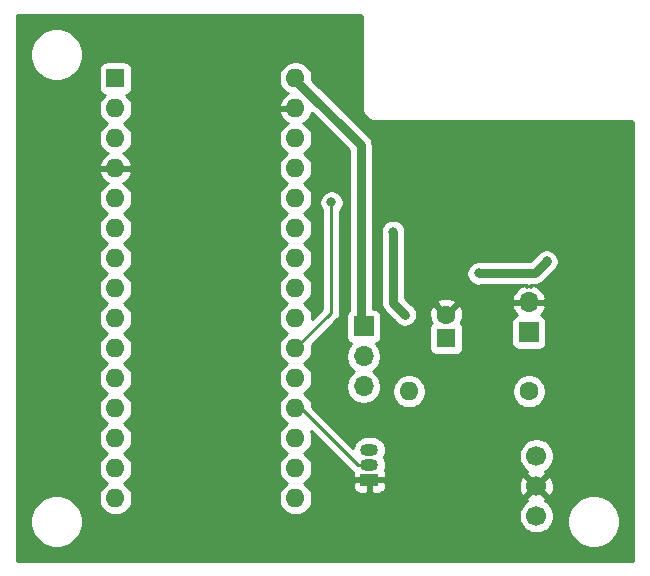
<source format=gbl>
%TF.GenerationSoftware,KiCad,Pcbnew,(5.1.10)-1*%
%TF.CreationDate,2021-11-22T17:18:02+01:00*%
%TF.ProjectId,termostat,7465726d-6f73-4746-9174-2e6b69636164,rev?*%
%TF.SameCoordinates,Original*%
%TF.FileFunction,Copper,L2,Bot*%
%TF.FilePolarity,Positive*%
%FSLAX46Y46*%
G04 Gerber Fmt 4.6, Leading zero omitted, Abs format (unit mm)*
G04 Created by KiCad (PCBNEW (5.1.10)-1) date 2021-11-22 17:18:02*
%MOMM*%
%LPD*%
G01*
G04 APERTURE LIST*
%TA.AperFunction,ComponentPad*%
%ADD10C,1.700000*%
%TD*%
%TA.AperFunction,ComponentPad*%
%ADD11O,1.700000X1.700000*%
%TD*%
%TA.AperFunction,ComponentPad*%
%ADD12R,1.700000X1.700000*%
%TD*%
%TA.AperFunction,ComponentPad*%
%ADD13O,1.600000X1.600000*%
%TD*%
%TA.AperFunction,ComponentPad*%
%ADD14R,1.600000X1.600000*%
%TD*%
%TA.AperFunction,ComponentPad*%
%ADD15R,1.500000X1.050000*%
%TD*%
%TA.AperFunction,ComponentPad*%
%ADD16O,1.500000X1.050000*%
%TD*%
%TA.AperFunction,ComponentPad*%
%ADD17C,1.600000*%
%TD*%
%TA.AperFunction,ViaPad*%
%ADD18C,0.800000*%
%TD*%
%TA.AperFunction,Conductor*%
%ADD19C,0.250000*%
%TD*%
%TA.AperFunction,Conductor*%
%ADD20C,0.750000*%
%TD*%
%TA.AperFunction,Conductor*%
%ADD21C,0.254000*%
%TD*%
%TA.AperFunction,Conductor*%
%ADD22C,0.100000*%
%TD*%
G04 APERTURE END LIST*
D10*
X165630000Y-110460000D03*
X165630000Y-113000000D03*
X165630000Y-115540000D03*
D11*
X151000000Y-104580000D03*
X151000000Y-102040000D03*
D12*
X151000000Y-99500000D03*
D13*
X145240000Y-114060000D03*
X130000000Y-114060000D03*
X145240000Y-78500000D03*
X130000000Y-111520000D03*
X145240000Y-81040000D03*
X130000000Y-108980000D03*
X145240000Y-83580000D03*
X130000000Y-106440000D03*
X145240000Y-86120000D03*
X130000000Y-103900000D03*
X145240000Y-88660000D03*
X130000000Y-101360000D03*
X145240000Y-91200000D03*
X130000000Y-98820000D03*
X145240000Y-93740000D03*
X130000000Y-96280000D03*
X145240000Y-96280000D03*
X130000000Y-93740000D03*
X145240000Y-98820000D03*
X130000000Y-91200000D03*
X145240000Y-101360000D03*
X130000000Y-88660000D03*
X145240000Y-103900000D03*
X130000000Y-86120000D03*
X145240000Y-106440000D03*
X130000000Y-83580000D03*
X145240000Y-108980000D03*
X130000000Y-81040000D03*
X145240000Y-111520000D03*
D14*
X130000000Y-78500000D03*
D15*
X151500000Y-112500000D03*
D16*
X151500000Y-109960000D03*
X151500000Y-111230000D03*
D13*
X154840000Y-105000000D03*
D17*
X165000000Y-105000000D03*
D11*
X165000000Y-97460000D03*
D12*
X165000000Y-100000000D03*
D17*
X158000000Y-98500000D03*
D14*
X158000000Y-100500000D03*
D18*
X160500000Y-87000000D03*
X148274990Y-89000000D03*
X153500000Y-91500000D03*
X154500000Y-98500000D03*
X166500000Y-94000000D03*
X160750000Y-95000000D03*
D19*
X148274990Y-98325010D02*
X145240000Y-101360000D01*
X148274990Y-89000000D02*
X148274990Y-98325010D01*
X145710000Y-106440000D02*
X145240000Y-106440000D01*
X150500000Y-111230000D02*
X145710000Y-106440000D01*
X151500000Y-111230000D02*
X150500000Y-111230000D01*
D20*
X153500000Y-97500000D02*
X154500000Y-98500000D01*
X153500000Y-91500000D02*
X153500000Y-97500000D01*
X160750000Y-95000000D02*
X160750000Y-95000000D01*
X165500000Y-95000000D02*
X166500000Y-94000000D01*
X160750000Y-95000000D02*
X165500000Y-95000000D01*
X145240000Y-78620000D02*
X145240000Y-78500000D01*
X150750000Y-84130000D02*
X145240000Y-78620000D01*
X150750000Y-99250000D02*
X150750000Y-84130000D01*
X151000000Y-99500000D02*
X150750000Y-99250000D01*
D21*
X150805978Y-73166150D02*
X150855624Y-73329811D01*
X150873000Y-73506234D01*
X150873000Y-81000000D01*
X150873612Y-81012448D01*
X150892827Y-81207538D01*
X150897683Y-81231956D01*
X150954588Y-81419549D01*
X150964116Y-81442550D01*
X151056526Y-81615437D01*
X151070358Y-81636138D01*
X151194721Y-81787675D01*
X151212325Y-81805279D01*
X151363862Y-81929642D01*
X151384563Y-81943474D01*
X151557450Y-82035884D01*
X151580451Y-82045412D01*
X151768044Y-82102317D01*
X151792462Y-82107173D01*
X151987552Y-82126388D01*
X152000000Y-82127000D01*
X173493766Y-82127000D01*
X173670189Y-82144376D01*
X173833850Y-82194022D01*
X173840000Y-82197309D01*
X173840001Y-119340000D01*
X121660000Y-119340000D01*
X121660000Y-115779872D01*
X122765000Y-115779872D01*
X122765000Y-116220128D01*
X122850890Y-116651925D01*
X123019369Y-117058669D01*
X123263962Y-117424729D01*
X123575271Y-117736038D01*
X123941331Y-117980631D01*
X124348075Y-118149110D01*
X124779872Y-118235000D01*
X125220128Y-118235000D01*
X125651925Y-118149110D01*
X126058669Y-117980631D01*
X126424729Y-117736038D01*
X126736038Y-117424729D01*
X126980631Y-117058669D01*
X127149110Y-116651925D01*
X127235000Y-116220128D01*
X127235000Y-115779872D01*
X127149110Y-115348075D01*
X126980631Y-114941331D01*
X126736038Y-114575271D01*
X126424729Y-114263962D01*
X126058669Y-114019369D01*
X125651925Y-113850890D01*
X125220128Y-113765000D01*
X124779872Y-113765000D01*
X124348075Y-113850890D01*
X123941331Y-114019369D01*
X123575271Y-114263962D01*
X123263962Y-114575271D01*
X123019369Y-114941331D01*
X122850890Y-115348075D01*
X122765000Y-115779872D01*
X121660000Y-115779872D01*
X121660000Y-88518665D01*
X128565000Y-88518665D01*
X128565000Y-88801335D01*
X128620147Y-89078574D01*
X128728320Y-89339727D01*
X128885363Y-89574759D01*
X129085241Y-89774637D01*
X129317759Y-89930000D01*
X129085241Y-90085363D01*
X128885363Y-90285241D01*
X128728320Y-90520273D01*
X128620147Y-90781426D01*
X128565000Y-91058665D01*
X128565000Y-91341335D01*
X128620147Y-91618574D01*
X128728320Y-91879727D01*
X128885363Y-92114759D01*
X129085241Y-92314637D01*
X129317759Y-92470000D01*
X129085241Y-92625363D01*
X128885363Y-92825241D01*
X128728320Y-93060273D01*
X128620147Y-93321426D01*
X128565000Y-93598665D01*
X128565000Y-93881335D01*
X128620147Y-94158574D01*
X128728320Y-94419727D01*
X128885363Y-94654759D01*
X129085241Y-94854637D01*
X129317759Y-95010000D01*
X129085241Y-95165363D01*
X128885363Y-95365241D01*
X128728320Y-95600273D01*
X128620147Y-95861426D01*
X128565000Y-96138665D01*
X128565000Y-96421335D01*
X128620147Y-96698574D01*
X128728320Y-96959727D01*
X128885363Y-97194759D01*
X129085241Y-97394637D01*
X129317759Y-97550000D01*
X129085241Y-97705363D01*
X128885363Y-97905241D01*
X128728320Y-98140273D01*
X128620147Y-98401426D01*
X128565000Y-98678665D01*
X128565000Y-98961335D01*
X128620147Y-99238574D01*
X128728320Y-99499727D01*
X128885363Y-99734759D01*
X129085241Y-99934637D01*
X129317759Y-100090000D01*
X129085241Y-100245363D01*
X128885363Y-100445241D01*
X128728320Y-100680273D01*
X128620147Y-100941426D01*
X128565000Y-101218665D01*
X128565000Y-101501335D01*
X128620147Y-101778574D01*
X128728320Y-102039727D01*
X128885363Y-102274759D01*
X129085241Y-102474637D01*
X129317759Y-102630000D01*
X129085241Y-102785363D01*
X128885363Y-102985241D01*
X128728320Y-103220273D01*
X128620147Y-103481426D01*
X128565000Y-103758665D01*
X128565000Y-104041335D01*
X128620147Y-104318574D01*
X128728320Y-104579727D01*
X128885363Y-104814759D01*
X129085241Y-105014637D01*
X129317759Y-105170000D01*
X129085241Y-105325363D01*
X128885363Y-105525241D01*
X128728320Y-105760273D01*
X128620147Y-106021426D01*
X128565000Y-106298665D01*
X128565000Y-106581335D01*
X128620147Y-106858574D01*
X128728320Y-107119727D01*
X128885363Y-107354759D01*
X129085241Y-107554637D01*
X129317759Y-107710000D01*
X129085241Y-107865363D01*
X128885363Y-108065241D01*
X128728320Y-108300273D01*
X128620147Y-108561426D01*
X128565000Y-108838665D01*
X128565000Y-109121335D01*
X128620147Y-109398574D01*
X128728320Y-109659727D01*
X128885363Y-109894759D01*
X129085241Y-110094637D01*
X129317759Y-110250000D01*
X129085241Y-110405363D01*
X128885363Y-110605241D01*
X128728320Y-110840273D01*
X128620147Y-111101426D01*
X128565000Y-111378665D01*
X128565000Y-111661335D01*
X128620147Y-111938574D01*
X128728320Y-112199727D01*
X128885363Y-112434759D01*
X129085241Y-112634637D01*
X129317759Y-112790000D01*
X129085241Y-112945363D01*
X128885363Y-113145241D01*
X128728320Y-113380273D01*
X128620147Y-113641426D01*
X128565000Y-113918665D01*
X128565000Y-114201335D01*
X128620147Y-114478574D01*
X128728320Y-114739727D01*
X128885363Y-114974759D01*
X129085241Y-115174637D01*
X129320273Y-115331680D01*
X129581426Y-115439853D01*
X129858665Y-115495000D01*
X130141335Y-115495000D01*
X130418574Y-115439853D01*
X130679727Y-115331680D01*
X130914759Y-115174637D01*
X131114637Y-114974759D01*
X131271680Y-114739727D01*
X131379853Y-114478574D01*
X131435000Y-114201335D01*
X131435000Y-113918665D01*
X131379853Y-113641426D01*
X131271680Y-113380273D01*
X131114637Y-113145241D01*
X130914759Y-112945363D01*
X130682241Y-112790000D01*
X130914759Y-112634637D01*
X131114637Y-112434759D01*
X131271680Y-112199727D01*
X131379853Y-111938574D01*
X131435000Y-111661335D01*
X131435000Y-111378665D01*
X131379853Y-111101426D01*
X131271680Y-110840273D01*
X131114637Y-110605241D01*
X130914759Y-110405363D01*
X130682241Y-110250000D01*
X130914759Y-110094637D01*
X131114637Y-109894759D01*
X131271680Y-109659727D01*
X131379853Y-109398574D01*
X131435000Y-109121335D01*
X131435000Y-108838665D01*
X131379853Y-108561426D01*
X131271680Y-108300273D01*
X131114637Y-108065241D01*
X130914759Y-107865363D01*
X130682241Y-107710000D01*
X130914759Y-107554637D01*
X131114637Y-107354759D01*
X131271680Y-107119727D01*
X131379853Y-106858574D01*
X131435000Y-106581335D01*
X131435000Y-106298665D01*
X131379853Y-106021426D01*
X131271680Y-105760273D01*
X131114637Y-105525241D01*
X130914759Y-105325363D01*
X130682241Y-105170000D01*
X130914759Y-105014637D01*
X131114637Y-104814759D01*
X131271680Y-104579727D01*
X131379853Y-104318574D01*
X131435000Y-104041335D01*
X131435000Y-103758665D01*
X131379853Y-103481426D01*
X131271680Y-103220273D01*
X131114637Y-102985241D01*
X130914759Y-102785363D01*
X130682241Y-102630000D01*
X130914759Y-102474637D01*
X131114637Y-102274759D01*
X131271680Y-102039727D01*
X131379853Y-101778574D01*
X131435000Y-101501335D01*
X131435000Y-101218665D01*
X131379853Y-100941426D01*
X131271680Y-100680273D01*
X131114637Y-100445241D01*
X130914759Y-100245363D01*
X130682241Y-100090000D01*
X130914759Y-99934637D01*
X131114637Y-99734759D01*
X131271680Y-99499727D01*
X131379853Y-99238574D01*
X131435000Y-98961335D01*
X131435000Y-98678665D01*
X131379853Y-98401426D01*
X131271680Y-98140273D01*
X131114637Y-97905241D01*
X130914759Y-97705363D01*
X130682241Y-97550000D01*
X130914759Y-97394637D01*
X131114637Y-97194759D01*
X131271680Y-96959727D01*
X131379853Y-96698574D01*
X131435000Y-96421335D01*
X131435000Y-96138665D01*
X131379853Y-95861426D01*
X131271680Y-95600273D01*
X131114637Y-95365241D01*
X130914759Y-95165363D01*
X130682241Y-95010000D01*
X130914759Y-94854637D01*
X131114637Y-94654759D01*
X131271680Y-94419727D01*
X131379853Y-94158574D01*
X131435000Y-93881335D01*
X131435000Y-93598665D01*
X131379853Y-93321426D01*
X131271680Y-93060273D01*
X131114637Y-92825241D01*
X130914759Y-92625363D01*
X130682241Y-92470000D01*
X130914759Y-92314637D01*
X131114637Y-92114759D01*
X131271680Y-91879727D01*
X131379853Y-91618574D01*
X131435000Y-91341335D01*
X131435000Y-91058665D01*
X131379853Y-90781426D01*
X131271680Y-90520273D01*
X131114637Y-90285241D01*
X130914759Y-90085363D01*
X130682241Y-89930000D01*
X130914759Y-89774637D01*
X131114637Y-89574759D01*
X131271680Y-89339727D01*
X131379853Y-89078574D01*
X131435000Y-88801335D01*
X131435000Y-88518665D01*
X131379853Y-88241426D01*
X131271680Y-87980273D01*
X131114637Y-87745241D01*
X130914759Y-87545363D01*
X130679727Y-87388320D01*
X130669135Y-87383933D01*
X130855131Y-87272385D01*
X131063519Y-87083414D01*
X131231037Y-86857420D01*
X131351246Y-86603087D01*
X131391904Y-86469039D01*
X131269915Y-86247000D01*
X130127000Y-86247000D01*
X130127000Y-86267000D01*
X129873000Y-86267000D01*
X129873000Y-86247000D01*
X128730085Y-86247000D01*
X128608096Y-86469039D01*
X128648754Y-86603087D01*
X128768963Y-86857420D01*
X128936481Y-87083414D01*
X129144869Y-87272385D01*
X129330865Y-87383933D01*
X129320273Y-87388320D01*
X129085241Y-87545363D01*
X128885363Y-87745241D01*
X128728320Y-87980273D01*
X128620147Y-88241426D01*
X128565000Y-88518665D01*
X121660000Y-88518665D01*
X121660000Y-76279872D01*
X122765000Y-76279872D01*
X122765000Y-76720128D01*
X122850890Y-77151925D01*
X123019369Y-77558669D01*
X123263962Y-77924729D01*
X123575271Y-78236038D01*
X123941331Y-78480631D01*
X124348075Y-78649110D01*
X124779872Y-78735000D01*
X125220128Y-78735000D01*
X125651925Y-78649110D01*
X126058669Y-78480631D01*
X126424729Y-78236038D01*
X126736038Y-77924729D01*
X126886196Y-77700000D01*
X128561928Y-77700000D01*
X128561928Y-79300000D01*
X128574188Y-79424482D01*
X128610498Y-79544180D01*
X128669463Y-79654494D01*
X128748815Y-79751185D01*
X128845506Y-79830537D01*
X128955820Y-79889502D01*
X129075518Y-79925812D01*
X129083961Y-79926643D01*
X128885363Y-80125241D01*
X128728320Y-80360273D01*
X128620147Y-80621426D01*
X128565000Y-80898665D01*
X128565000Y-81181335D01*
X128620147Y-81458574D01*
X128728320Y-81719727D01*
X128885363Y-81954759D01*
X129085241Y-82154637D01*
X129317759Y-82310000D01*
X129085241Y-82465363D01*
X128885363Y-82665241D01*
X128728320Y-82900273D01*
X128620147Y-83161426D01*
X128565000Y-83438665D01*
X128565000Y-83721335D01*
X128620147Y-83998574D01*
X128728320Y-84259727D01*
X128885363Y-84494759D01*
X129085241Y-84694637D01*
X129320273Y-84851680D01*
X129330865Y-84856067D01*
X129144869Y-84967615D01*
X128936481Y-85156586D01*
X128768963Y-85382580D01*
X128648754Y-85636913D01*
X128608096Y-85770961D01*
X128730085Y-85993000D01*
X129873000Y-85993000D01*
X129873000Y-85973000D01*
X130127000Y-85973000D01*
X130127000Y-85993000D01*
X131269915Y-85993000D01*
X131391904Y-85770961D01*
X131351246Y-85636913D01*
X131231037Y-85382580D01*
X131063519Y-85156586D01*
X130855131Y-84967615D01*
X130669135Y-84856067D01*
X130679727Y-84851680D01*
X130914759Y-84694637D01*
X131114637Y-84494759D01*
X131271680Y-84259727D01*
X131379853Y-83998574D01*
X131435000Y-83721335D01*
X131435000Y-83438665D01*
X131379853Y-83161426D01*
X131271680Y-82900273D01*
X131114637Y-82665241D01*
X130914759Y-82465363D01*
X130682241Y-82310000D01*
X130914759Y-82154637D01*
X131114637Y-81954759D01*
X131271680Y-81719727D01*
X131379853Y-81458574D01*
X131435000Y-81181335D01*
X131435000Y-80898665D01*
X131379853Y-80621426D01*
X131271680Y-80360273D01*
X131114637Y-80125241D01*
X130916039Y-79926643D01*
X130924482Y-79925812D01*
X131044180Y-79889502D01*
X131154494Y-79830537D01*
X131251185Y-79751185D01*
X131330537Y-79654494D01*
X131389502Y-79544180D01*
X131425812Y-79424482D01*
X131438072Y-79300000D01*
X131438072Y-78358665D01*
X143805000Y-78358665D01*
X143805000Y-78641335D01*
X143860147Y-78918574D01*
X143968320Y-79179727D01*
X144125363Y-79414759D01*
X144325241Y-79614637D01*
X144560273Y-79771680D01*
X144570865Y-79776067D01*
X144384869Y-79887615D01*
X144176481Y-80076586D01*
X144008963Y-80302580D01*
X143888754Y-80556913D01*
X143848096Y-80690961D01*
X143970085Y-80913000D01*
X145113000Y-80913000D01*
X145113000Y-80893000D01*
X145367000Y-80893000D01*
X145367000Y-80913000D01*
X145387000Y-80913000D01*
X145387000Y-81167000D01*
X145367000Y-81167000D01*
X145367000Y-81187000D01*
X145113000Y-81187000D01*
X145113000Y-81167000D01*
X143970085Y-81167000D01*
X143848096Y-81389039D01*
X143888754Y-81523087D01*
X144008963Y-81777420D01*
X144176481Y-82003414D01*
X144384869Y-82192385D01*
X144570865Y-82303933D01*
X144560273Y-82308320D01*
X144325241Y-82465363D01*
X144125363Y-82665241D01*
X143968320Y-82900273D01*
X143860147Y-83161426D01*
X143805000Y-83438665D01*
X143805000Y-83721335D01*
X143860147Y-83998574D01*
X143968320Y-84259727D01*
X144125363Y-84494759D01*
X144325241Y-84694637D01*
X144557759Y-84850000D01*
X144325241Y-85005363D01*
X144125363Y-85205241D01*
X143968320Y-85440273D01*
X143860147Y-85701426D01*
X143805000Y-85978665D01*
X143805000Y-86261335D01*
X143860147Y-86538574D01*
X143968320Y-86799727D01*
X144125363Y-87034759D01*
X144325241Y-87234637D01*
X144557759Y-87390000D01*
X144325241Y-87545363D01*
X144125363Y-87745241D01*
X143968320Y-87980273D01*
X143860147Y-88241426D01*
X143805000Y-88518665D01*
X143805000Y-88801335D01*
X143860147Y-89078574D01*
X143968320Y-89339727D01*
X144125363Y-89574759D01*
X144325241Y-89774637D01*
X144557759Y-89930000D01*
X144325241Y-90085363D01*
X144125363Y-90285241D01*
X143968320Y-90520273D01*
X143860147Y-90781426D01*
X143805000Y-91058665D01*
X143805000Y-91341335D01*
X143860147Y-91618574D01*
X143968320Y-91879727D01*
X144125363Y-92114759D01*
X144325241Y-92314637D01*
X144557759Y-92470000D01*
X144325241Y-92625363D01*
X144125363Y-92825241D01*
X143968320Y-93060273D01*
X143860147Y-93321426D01*
X143805000Y-93598665D01*
X143805000Y-93881335D01*
X143860147Y-94158574D01*
X143968320Y-94419727D01*
X144125363Y-94654759D01*
X144325241Y-94854637D01*
X144557759Y-95010000D01*
X144325241Y-95165363D01*
X144125363Y-95365241D01*
X143968320Y-95600273D01*
X143860147Y-95861426D01*
X143805000Y-96138665D01*
X143805000Y-96421335D01*
X143860147Y-96698574D01*
X143968320Y-96959727D01*
X144125363Y-97194759D01*
X144325241Y-97394637D01*
X144557759Y-97550000D01*
X144325241Y-97705363D01*
X144125363Y-97905241D01*
X143968320Y-98140273D01*
X143860147Y-98401426D01*
X143805000Y-98678665D01*
X143805000Y-98961335D01*
X143860147Y-99238574D01*
X143968320Y-99499727D01*
X144125363Y-99734759D01*
X144325241Y-99934637D01*
X144557759Y-100090000D01*
X144325241Y-100245363D01*
X144125363Y-100445241D01*
X143968320Y-100680273D01*
X143860147Y-100941426D01*
X143805000Y-101218665D01*
X143805000Y-101501335D01*
X143860147Y-101778574D01*
X143968320Y-102039727D01*
X144125363Y-102274759D01*
X144325241Y-102474637D01*
X144557759Y-102630000D01*
X144325241Y-102785363D01*
X144125363Y-102985241D01*
X143968320Y-103220273D01*
X143860147Y-103481426D01*
X143805000Y-103758665D01*
X143805000Y-104041335D01*
X143860147Y-104318574D01*
X143968320Y-104579727D01*
X144125363Y-104814759D01*
X144325241Y-105014637D01*
X144557759Y-105170000D01*
X144325241Y-105325363D01*
X144125363Y-105525241D01*
X143968320Y-105760273D01*
X143860147Y-106021426D01*
X143805000Y-106298665D01*
X143805000Y-106581335D01*
X143860147Y-106858574D01*
X143968320Y-107119727D01*
X144125363Y-107354759D01*
X144325241Y-107554637D01*
X144557759Y-107710000D01*
X144325241Y-107865363D01*
X144125363Y-108065241D01*
X143968320Y-108300273D01*
X143860147Y-108561426D01*
X143805000Y-108838665D01*
X143805000Y-109121335D01*
X143860147Y-109398574D01*
X143968320Y-109659727D01*
X144125363Y-109894759D01*
X144325241Y-110094637D01*
X144557759Y-110250000D01*
X144325241Y-110405363D01*
X144125363Y-110605241D01*
X143968320Y-110840273D01*
X143860147Y-111101426D01*
X143805000Y-111378665D01*
X143805000Y-111661335D01*
X143860147Y-111938574D01*
X143968320Y-112199727D01*
X144125363Y-112434759D01*
X144325241Y-112634637D01*
X144557759Y-112790000D01*
X144325241Y-112945363D01*
X144125363Y-113145241D01*
X143968320Y-113380273D01*
X143860147Y-113641426D01*
X143805000Y-113918665D01*
X143805000Y-114201335D01*
X143860147Y-114478574D01*
X143968320Y-114739727D01*
X144125363Y-114974759D01*
X144325241Y-115174637D01*
X144560273Y-115331680D01*
X144821426Y-115439853D01*
X145098665Y-115495000D01*
X145381335Y-115495000D01*
X145658574Y-115439853D01*
X145769900Y-115393740D01*
X164145000Y-115393740D01*
X164145000Y-115686260D01*
X164202068Y-115973158D01*
X164314010Y-116243411D01*
X164476525Y-116486632D01*
X164683368Y-116693475D01*
X164926589Y-116855990D01*
X165196842Y-116967932D01*
X165483740Y-117025000D01*
X165776260Y-117025000D01*
X166063158Y-116967932D01*
X166333411Y-116855990D01*
X166576632Y-116693475D01*
X166783475Y-116486632D01*
X166945990Y-116243411D01*
X167057932Y-115973158D01*
X167096379Y-115779872D01*
X168265000Y-115779872D01*
X168265000Y-116220128D01*
X168350890Y-116651925D01*
X168519369Y-117058669D01*
X168763962Y-117424729D01*
X169075271Y-117736038D01*
X169441331Y-117980631D01*
X169848075Y-118149110D01*
X170279872Y-118235000D01*
X170720128Y-118235000D01*
X171151925Y-118149110D01*
X171558669Y-117980631D01*
X171924729Y-117736038D01*
X172236038Y-117424729D01*
X172480631Y-117058669D01*
X172649110Y-116651925D01*
X172735000Y-116220128D01*
X172735000Y-115779872D01*
X172649110Y-115348075D01*
X172480631Y-114941331D01*
X172236038Y-114575271D01*
X171924729Y-114263962D01*
X171558669Y-114019369D01*
X171151925Y-113850890D01*
X170720128Y-113765000D01*
X170279872Y-113765000D01*
X169848075Y-113850890D01*
X169441331Y-114019369D01*
X169075271Y-114263962D01*
X168763962Y-114575271D01*
X168519369Y-114941331D01*
X168350890Y-115348075D01*
X168265000Y-115779872D01*
X167096379Y-115779872D01*
X167115000Y-115686260D01*
X167115000Y-115393740D01*
X167057932Y-115106842D01*
X166945990Y-114836589D01*
X166783475Y-114593368D01*
X166576632Y-114386525D01*
X166403271Y-114270689D01*
X166478792Y-114028397D01*
X165630000Y-113179605D01*
X164781208Y-114028397D01*
X164856729Y-114270689D01*
X164683368Y-114386525D01*
X164476525Y-114593368D01*
X164314010Y-114836589D01*
X164202068Y-115106842D01*
X164145000Y-115393740D01*
X145769900Y-115393740D01*
X145919727Y-115331680D01*
X146154759Y-115174637D01*
X146354637Y-114974759D01*
X146511680Y-114739727D01*
X146619853Y-114478574D01*
X146675000Y-114201335D01*
X146675000Y-113918665D01*
X146619853Y-113641426D01*
X146511680Y-113380273D01*
X146354637Y-113145241D01*
X146234396Y-113025000D01*
X150111928Y-113025000D01*
X150124188Y-113149482D01*
X150160498Y-113269180D01*
X150219463Y-113379494D01*
X150298815Y-113476185D01*
X150395506Y-113555537D01*
X150505820Y-113614502D01*
X150625518Y-113650812D01*
X150750000Y-113663072D01*
X151214250Y-113660000D01*
X151373000Y-113501250D01*
X151373000Y-112627000D01*
X151627000Y-112627000D01*
X151627000Y-113501250D01*
X151785750Y-113660000D01*
X152250000Y-113663072D01*
X152374482Y-113650812D01*
X152494180Y-113614502D01*
X152604494Y-113555537D01*
X152701185Y-113476185D01*
X152780537Y-113379494D01*
X152839502Y-113269180D01*
X152875812Y-113149482D01*
X152883784Y-113068531D01*
X164139389Y-113068531D01*
X164181401Y-113358019D01*
X164279081Y-113633747D01*
X164352528Y-113771157D01*
X164601603Y-113848792D01*
X165450395Y-113000000D01*
X165809605Y-113000000D01*
X166658397Y-113848792D01*
X166907472Y-113771157D01*
X167033371Y-113507117D01*
X167105339Y-113223589D01*
X167120611Y-112931469D01*
X167078599Y-112641981D01*
X166980919Y-112366253D01*
X166907472Y-112228843D01*
X166658397Y-112151208D01*
X165809605Y-113000000D01*
X165450395Y-113000000D01*
X164601603Y-112151208D01*
X164352528Y-112228843D01*
X164226629Y-112492883D01*
X164154661Y-112776411D01*
X164139389Y-113068531D01*
X152883784Y-113068531D01*
X152888072Y-113025000D01*
X152885000Y-112785750D01*
X152726250Y-112627000D01*
X151627000Y-112627000D01*
X151373000Y-112627000D01*
X150273750Y-112627000D01*
X150115000Y-112785750D01*
X150111928Y-113025000D01*
X146234396Y-113025000D01*
X146154759Y-112945363D01*
X145922241Y-112790000D01*
X146154759Y-112634637D01*
X146354637Y-112434759D01*
X146511680Y-112199727D01*
X146619853Y-111938574D01*
X146675000Y-111661335D01*
X146675000Y-111378665D01*
X146619853Y-111101426D01*
X146511680Y-110840273D01*
X146354637Y-110605241D01*
X146154759Y-110405363D01*
X145922241Y-110250000D01*
X146154759Y-110094637D01*
X146354637Y-109894759D01*
X146511680Y-109659727D01*
X146619853Y-109398574D01*
X146675000Y-109121335D01*
X146675000Y-108838665D01*
X146619853Y-108561426D01*
X146523141Y-108327942D01*
X149936201Y-111741003D01*
X149959999Y-111770001D01*
X149988997Y-111793799D01*
X150075723Y-111864974D01*
X150120412Y-111888861D01*
X150111928Y-111975000D01*
X150115000Y-112214250D01*
X150273750Y-112373000D01*
X151046891Y-112373000D01*
X151047600Y-112373215D01*
X151218021Y-112390000D01*
X151781979Y-112390000D01*
X151952400Y-112373215D01*
X151953109Y-112373000D01*
X152726250Y-112373000D01*
X152885000Y-112214250D01*
X152888072Y-111975000D01*
X152875812Y-111850518D01*
X152839502Y-111730820D01*
X152804907Y-111666098D01*
X152868215Y-111457400D01*
X152890612Y-111230000D01*
X152868215Y-111002600D01*
X152801885Y-110783940D01*
X152700895Y-110595000D01*
X152801885Y-110406060D01*
X152829890Y-110313740D01*
X164145000Y-110313740D01*
X164145000Y-110606260D01*
X164202068Y-110893158D01*
X164314010Y-111163411D01*
X164476525Y-111406632D01*
X164683368Y-111613475D01*
X164856729Y-111729311D01*
X164781208Y-111971603D01*
X165630000Y-112820395D01*
X166478792Y-111971603D01*
X166403271Y-111729311D01*
X166576632Y-111613475D01*
X166783475Y-111406632D01*
X166945990Y-111163411D01*
X167057932Y-110893158D01*
X167115000Y-110606260D01*
X167115000Y-110313740D01*
X167057932Y-110026842D01*
X166945990Y-109756589D01*
X166783475Y-109513368D01*
X166576632Y-109306525D01*
X166333411Y-109144010D01*
X166063158Y-109032068D01*
X165776260Y-108975000D01*
X165483740Y-108975000D01*
X165196842Y-109032068D01*
X164926589Y-109144010D01*
X164683368Y-109306525D01*
X164476525Y-109513368D01*
X164314010Y-109756589D01*
X164202068Y-110026842D01*
X164145000Y-110313740D01*
X152829890Y-110313740D01*
X152868215Y-110187400D01*
X152890612Y-109960000D01*
X152868215Y-109732600D01*
X152801885Y-109513940D01*
X152694171Y-109312421D01*
X152549212Y-109135788D01*
X152372579Y-108990829D01*
X152171060Y-108883115D01*
X151952400Y-108816785D01*
X151781979Y-108800000D01*
X151218021Y-108800000D01*
X151047600Y-108816785D01*
X150828940Y-108883115D01*
X150627421Y-108990829D01*
X150450788Y-109135788D01*
X150305829Y-109312421D01*
X150198115Y-109513940D01*
X150131785Y-109732600D01*
X150126909Y-109782107D01*
X146675000Y-106330199D01*
X146675000Y-106298665D01*
X146619853Y-106021426D01*
X146511680Y-105760273D01*
X146354637Y-105525241D01*
X146154759Y-105325363D01*
X145922241Y-105170000D01*
X146154759Y-105014637D01*
X146354637Y-104814759D01*
X146511680Y-104579727D01*
X146619853Y-104318574D01*
X146675000Y-104041335D01*
X146675000Y-103758665D01*
X146619853Y-103481426D01*
X146511680Y-103220273D01*
X146354637Y-102985241D01*
X146154759Y-102785363D01*
X145922241Y-102630000D01*
X146154759Y-102474637D01*
X146354637Y-102274759D01*
X146511680Y-102039727D01*
X146619853Y-101778574D01*
X146675000Y-101501335D01*
X146675000Y-101218665D01*
X146638688Y-101036114D01*
X148785993Y-98888809D01*
X148814991Y-98865011D01*
X148864933Y-98804157D01*
X148909964Y-98749287D01*
X148980536Y-98617257D01*
X149023993Y-98473996D01*
X149034990Y-98362343D01*
X149034990Y-98362333D01*
X149038666Y-98325011D01*
X149034990Y-98287688D01*
X149034990Y-89703711D01*
X149078927Y-89659774D01*
X149192195Y-89490256D01*
X149270216Y-89301898D01*
X149309990Y-89101939D01*
X149309990Y-88898061D01*
X149270216Y-88698102D01*
X149192195Y-88509744D01*
X149078927Y-88340226D01*
X148934764Y-88196063D01*
X148765246Y-88082795D01*
X148576888Y-88004774D01*
X148376929Y-87965000D01*
X148173051Y-87965000D01*
X147973092Y-88004774D01*
X147784734Y-88082795D01*
X147615216Y-88196063D01*
X147471053Y-88340226D01*
X147357785Y-88509744D01*
X147279764Y-88698102D01*
X147239990Y-88898061D01*
X147239990Y-89101939D01*
X147279764Y-89301898D01*
X147357785Y-89490256D01*
X147471053Y-89659774D01*
X147514990Y-89703711D01*
X147514991Y-98010207D01*
X146675000Y-98850198D01*
X146675000Y-98678665D01*
X146619853Y-98401426D01*
X146511680Y-98140273D01*
X146354637Y-97905241D01*
X146154759Y-97705363D01*
X145922241Y-97550000D01*
X146154759Y-97394637D01*
X146354637Y-97194759D01*
X146511680Y-96959727D01*
X146619853Y-96698574D01*
X146675000Y-96421335D01*
X146675000Y-96138665D01*
X146619853Y-95861426D01*
X146511680Y-95600273D01*
X146354637Y-95365241D01*
X146154759Y-95165363D01*
X145922241Y-95010000D01*
X146154759Y-94854637D01*
X146354637Y-94654759D01*
X146511680Y-94419727D01*
X146619853Y-94158574D01*
X146675000Y-93881335D01*
X146675000Y-93598665D01*
X146619853Y-93321426D01*
X146511680Y-93060273D01*
X146354637Y-92825241D01*
X146154759Y-92625363D01*
X145922241Y-92470000D01*
X146154759Y-92314637D01*
X146354637Y-92114759D01*
X146511680Y-91879727D01*
X146619853Y-91618574D01*
X146675000Y-91341335D01*
X146675000Y-91058665D01*
X146619853Y-90781426D01*
X146511680Y-90520273D01*
X146354637Y-90285241D01*
X146154759Y-90085363D01*
X145922241Y-89930000D01*
X146154759Y-89774637D01*
X146354637Y-89574759D01*
X146511680Y-89339727D01*
X146619853Y-89078574D01*
X146675000Y-88801335D01*
X146675000Y-88518665D01*
X146619853Y-88241426D01*
X146511680Y-87980273D01*
X146354637Y-87745241D01*
X146154759Y-87545363D01*
X145922241Y-87390000D01*
X146154759Y-87234637D01*
X146354637Y-87034759D01*
X146511680Y-86799727D01*
X146619853Y-86538574D01*
X146675000Y-86261335D01*
X146675000Y-85978665D01*
X146619853Y-85701426D01*
X146511680Y-85440273D01*
X146354637Y-85205241D01*
X146154759Y-85005363D01*
X145922241Y-84850000D01*
X146154759Y-84694637D01*
X146354637Y-84494759D01*
X146511680Y-84259727D01*
X146619853Y-83998574D01*
X146675000Y-83721335D01*
X146675000Y-83438665D01*
X146619853Y-83161426D01*
X146511680Y-82900273D01*
X146354637Y-82665241D01*
X146154759Y-82465363D01*
X145919727Y-82308320D01*
X145909135Y-82303933D01*
X146095131Y-82192385D01*
X146303519Y-82003414D01*
X146471037Y-81777420D01*
X146591246Y-81523087D01*
X146619984Y-81428339D01*
X149740001Y-84548357D01*
X149740000Y-98165015D01*
X149698815Y-98198815D01*
X149619463Y-98295506D01*
X149560498Y-98405820D01*
X149524188Y-98525518D01*
X149511928Y-98650000D01*
X149511928Y-100350000D01*
X149524188Y-100474482D01*
X149560498Y-100594180D01*
X149619463Y-100704494D01*
X149698815Y-100801185D01*
X149795506Y-100880537D01*
X149905820Y-100939502D01*
X149978380Y-100961513D01*
X149846525Y-101093368D01*
X149684010Y-101336589D01*
X149572068Y-101606842D01*
X149515000Y-101893740D01*
X149515000Y-102186260D01*
X149572068Y-102473158D01*
X149684010Y-102743411D01*
X149846525Y-102986632D01*
X150053368Y-103193475D01*
X150227760Y-103310000D01*
X150053368Y-103426525D01*
X149846525Y-103633368D01*
X149684010Y-103876589D01*
X149572068Y-104146842D01*
X149515000Y-104433740D01*
X149515000Y-104726260D01*
X149572068Y-105013158D01*
X149684010Y-105283411D01*
X149846525Y-105526632D01*
X150053368Y-105733475D01*
X150296589Y-105895990D01*
X150566842Y-106007932D01*
X150853740Y-106065000D01*
X151146260Y-106065000D01*
X151433158Y-106007932D01*
X151703411Y-105895990D01*
X151946632Y-105733475D01*
X152153475Y-105526632D01*
X152315990Y-105283411D01*
X152427932Y-105013158D01*
X152458662Y-104858665D01*
X153405000Y-104858665D01*
X153405000Y-105141335D01*
X153460147Y-105418574D01*
X153568320Y-105679727D01*
X153725363Y-105914759D01*
X153925241Y-106114637D01*
X154160273Y-106271680D01*
X154421426Y-106379853D01*
X154698665Y-106435000D01*
X154981335Y-106435000D01*
X155258574Y-106379853D01*
X155519727Y-106271680D01*
X155754759Y-106114637D01*
X155954637Y-105914759D01*
X156111680Y-105679727D01*
X156219853Y-105418574D01*
X156275000Y-105141335D01*
X156275000Y-104858665D01*
X163565000Y-104858665D01*
X163565000Y-105141335D01*
X163620147Y-105418574D01*
X163728320Y-105679727D01*
X163885363Y-105914759D01*
X164085241Y-106114637D01*
X164320273Y-106271680D01*
X164581426Y-106379853D01*
X164858665Y-106435000D01*
X165141335Y-106435000D01*
X165418574Y-106379853D01*
X165679727Y-106271680D01*
X165914759Y-106114637D01*
X166114637Y-105914759D01*
X166271680Y-105679727D01*
X166379853Y-105418574D01*
X166435000Y-105141335D01*
X166435000Y-104858665D01*
X166379853Y-104581426D01*
X166271680Y-104320273D01*
X166114637Y-104085241D01*
X165914759Y-103885363D01*
X165679727Y-103728320D01*
X165418574Y-103620147D01*
X165141335Y-103565000D01*
X164858665Y-103565000D01*
X164581426Y-103620147D01*
X164320273Y-103728320D01*
X164085241Y-103885363D01*
X163885363Y-104085241D01*
X163728320Y-104320273D01*
X163620147Y-104581426D01*
X163565000Y-104858665D01*
X156275000Y-104858665D01*
X156219853Y-104581426D01*
X156111680Y-104320273D01*
X155954637Y-104085241D01*
X155754759Y-103885363D01*
X155519727Y-103728320D01*
X155258574Y-103620147D01*
X154981335Y-103565000D01*
X154698665Y-103565000D01*
X154421426Y-103620147D01*
X154160273Y-103728320D01*
X153925241Y-103885363D01*
X153725363Y-104085241D01*
X153568320Y-104320273D01*
X153460147Y-104581426D01*
X153405000Y-104858665D01*
X152458662Y-104858665D01*
X152485000Y-104726260D01*
X152485000Y-104433740D01*
X152427932Y-104146842D01*
X152315990Y-103876589D01*
X152153475Y-103633368D01*
X151946632Y-103426525D01*
X151772240Y-103310000D01*
X151946632Y-103193475D01*
X152153475Y-102986632D01*
X152315990Y-102743411D01*
X152427932Y-102473158D01*
X152485000Y-102186260D01*
X152485000Y-101893740D01*
X152427932Y-101606842D01*
X152315990Y-101336589D01*
X152153475Y-101093368D01*
X152021620Y-100961513D01*
X152094180Y-100939502D01*
X152204494Y-100880537D01*
X152301185Y-100801185D01*
X152380537Y-100704494D01*
X152439502Y-100594180D01*
X152475812Y-100474482D01*
X152488072Y-100350000D01*
X152488072Y-98650000D01*
X152475812Y-98525518D01*
X152439502Y-98405820D01*
X152380537Y-98295506D01*
X152301185Y-98198815D01*
X152204494Y-98119463D01*
X152094180Y-98060498D01*
X151974482Y-98024188D01*
X151850000Y-98011928D01*
X151760000Y-98011928D01*
X151760000Y-91398061D01*
X152465000Y-91398061D01*
X152465000Y-91601939D01*
X152490000Y-91727624D01*
X152490001Y-97450382D01*
X152485114Y-97500000D01*
X152504615Y-97697994D01*
X152562368Y-97888379D01*
X152629512Y-98013996D01*
X152656154Y-98063840D01*
X152782368Y-98217633D01*
X152820901Y-98249256D01*
X153624870Y-99053226D01*
X153696063Y-99159774D01*
X153840226Y-99303937D01*
X154009744Y-99417205D01*
X154198102Y-99495226D01*
X154398061Y-99535000D01*
X154601939Y-99535000D01*
X154801898Y-99495226D01*
X154990256Y-99417205D01*
X155159774Y-99303937D01*
X155303937Y-99159774D01*
X155417205Y-98990256D01*
X155495226Y-98801898D01*
X155535000Y-98601939D01*
X155535000Y-98570512D01*
X156559783Y-98570512D01*
X156601213Y-98850130D01*
X156696397Y-99116292D01*
X156761616Y-99238309D01*
X156748815Y-99248815D01*
X156669463Y-99345506D01*
X156610498Y-99455820D01*
X156574188Y-99575518D01*
X156561928Y-99700000D01*
X156561928Y-101300000D01*
X156574188Y-101424482D01*
X156610498Y-101544180D01*
X156669463Y-101654494D01*
X156748815Y-101751185D01*
X156845506Y-101830537D01*
X156955820Y-101889502D01*
X157075518Y-101925812D01*
X157200000Y-101938072D01*
X158800000Y-101938072D01*
X158924482Y-101925812D01*
X159044180Y-101889502D01*
X159154494Y-101830537D01*
X159251185Y-101751185D01*
X159330537Y-101654494D01*
X159389502Y-101544180D01*
X159425812Y-101424482D01*
X159438072Y-101300000D01*
X159438072Y-99700000D01*
X159425812Y-99575518D01*
X159389502Y-99455820D01*
X159330537Y-99345506D01*
X159251185Y-99248815D01*
X159238242Y-99238193D01*
X159279972Y-99150000D01*
X163511928Y-99150000D01*
X163511928Y-100850000D01*
X163524188Y-100974482D01*
X163560498Y-101094180D01*
X163619463Y-101204494D01*
X163698815Y-101301185D01*
X163795506Y-101380537D01*
X163905820Y-101439502D01*
X164025518Y-101475812D01*
X164150000Y-101488072D01*
X165850000Y-101488072D01*
X165974482Y-101475812D01*
X166094180Y-101439502D01*
X166204494Y-101380537D01*
X166301185Y-101301185D01*
X166380537Y-101204494D01*
X166439502Y-101094180D01*
X166475812Y-100974482D01*
X166488072Y-100850000D01*
X166488072Y-99150000D01*
X166475812Y-99025518D01*
X166439502Y-98905820D01*
X166380537Y-98795506D01*
X166301185Y-98698815D01*
X166204494Y-98619463D01*
X166094180Y-98560498D01*
X166013534Y-98536034D01*
X166097588Y-98460269D01*
X166271641Y-98226920D01*
X166396825Y-97964099D01*
X166441476Y-97816890D01*
X166320155Y-97587000D01*
X165127000Y-97587000D01*
X165127000Y-97607000D01*
X164873000Y-97607000D01*
X164873000Y-97587000D01*
X163679845Y-97587000D01*
X163558524Y-97816890D01*
X163603175Y-97964099D01*
X163728359Y-98226920D01*
X163902412Y-98460269D01*
X163986466Y-98536034D01*
X163905820Y-98560498D01*
X163795506Y-98619463D01*
X163698815Y-98698815D01*
X163619463Y-98795506D01*
X163560498Y-98905820D01*
X163524188Y-99025518D01*
X163511928Y-99150000D01*
X159279972Y-99150000D01*
X159357571Y-98986004D01*
X159426300Y-98711816D01*
X159440217Y-98429488D01*
X159398787Y-98149870D01*
X159303603Y-97883708D01*
X159236671Y-97758486D01*
X158992702Y-97686903D01*
X158179605Y-98500000D01*
X158193748Y-98514143D01*
X158014143Y-98693748D01*
X158000000Y-98679605D01*
X157985858Y-98693748D01*
X157806253Y-98514143D01*
X157820395Y-98500000D01*
X157007298Y-97686903D01*
X156763329Y-97758486D01*
X156642429Y-98013996D01*
X156573700Y-98288184D01*
X156559783Y-98570512D01*
X155535000Y-98570512D01*
X155535000Y-98398061D01*
X155495226Y-98198102D01*
X155417205Y-98009744D01*
X155303937Y-97840226D01*
X155159774Y-97696063D01*
X155053226Y-97624870D01*
X154935654Y-97507298D01*
X157186903Y-97507298D01*
X158000000Y-98320395D01*
X158813097Y-97507298D01*
X158741514Y-97263329D01*
X158486004Y-97142429D01*
X158211816Y-97073700D01*
X157929488Y-97059783D01*
X157649870Y-97101213D01*
X157383708Y-97196397D01*
X157258486Y-97263329D01*
X157186903Y-97507298D01*
X154935654Y-97507298D01*
X154510000Y-97081645D01*
X154510000Y-94898061D01*
X159715000Y-94898061D01*
X159715000Y-95101939D01*
X159754774Y-95301898D01*
X159832795Y-95490256D01*
X159946063Y-95659774D01*
X160090226Y-95803937D01*
X160259744Y-95917205D01*
X160448102Y-95995226D01*
X160648061Y-96035000D01*
X160851939Y-96035000D01*
X160977623Y-96010000D01*
X164872998Y-96010000D01*
X164872998Y-96139185D01*
X164643109Y-96018519D01*
X164368748Y-96115843D01*
X164118645Y-96264822D01*
X163902412Y-96459731D01*
X163728359Y-96693080D01*
X163603175Y-96955901D01*
X163558524Y-97103110D01*
X163679845Y-97333000D01*
X164873000Y-97333000D01*
X164873000Y-97313000D01*
X165127000Y-97313000D01*
X165127000Y-97333000D01*
X166320155Y-97333000D01*
X166441476Y-97103110D01*
X166396825Y-96955901D01*
X166271641Y-96693080D01*
X166097588Y-96459731D01*
X165881355Y-96264822D01*
X165631252Y-96115843D01*
X165356891Y-96018519D01*
X165127002Y-96139185D01*
X165127002Y-96010000D01*
X165450392Y-96010000D01*
X165500000Y-96014886D01*
X165697994Y-95995385D01*
X165698518Y-95995226D01*
X165888380Y-95937632D01*
X166063840Y-95843847D01*
X166217633Y-95717633D01*
X166249261Y-95679094D01*
X167053226Y-94875130D01*
X167159774Y-94803937D01*
X167303937Y-94659774D01*
X167417205Y-94490256D01*
X167495226Y-94301898D01*
X167535000Y-94101939D01*
X167535000Y-93898061D01*
X167495226Y-93698102D01*
X167417205Y-93509744D01*
X167303937Y-93340226D01*
X167159774Y-93196063D01*
X166990256Y-93082795D01*
X166801898Y-93004774D01*
X166601939Y-92965000D01*
X166398061Y-92965000D01*
X166198102Y-93004774D01*
X166009744Y-93082795D01*
X165840226Y-93196063D01*
X165696063Y-93340226D01*
X165624870Y-93446774D01*
X165081645Y-93990000D01*
X160977623Y-93990000D01*
X160851939Y-93965000D01*
X160648061Y-93965000D01*
X160448102Y-94004774D01*
X160259744Y-94082795D01*
X160090226Y-94196063D01*
X159946063Y-94340226D01*
X159832795Y-94509744D01*
X159754774Y-94698102D01*
X159715000Y-94898061D01*
X154510000Y-94898061D01*
X154510000Y-91727623D01*
X154535000Y-91601939D01*
X154535000Y-91398061D01*
X154495226Y-91198102D01*
X154417205Y-91009744D01*
X154303937Y-90840226D01*
X154159774Y-90696063D01*
X153990256Y-90582795D01*
X153801898Y-90504774D01*
X153601939Y-90465000D01*
X153398061Y-90465000D01*
X153198102Y-90504774D01*
X153009744Y-90582795D01*
X152840226Y-90696063D01*
X152696063Y-90840226D01*
X152582795Y-91009744D01*
X152504774Y-91198102D01*
X152465000Y-91398061D01*
X151760000Y-91398061D01*
X151760000Y-84179608D01*
X151764886Y-84130000D01*
X151745385Y-83932005D01*
X151687632Y-83741620D01*
X151593846Y-83566159D01*
X151499256Y-83450900D01*
X151467633Y-83412367D01*
X151429100Y-83380744D01*
X146675000Y-78626645D01*
X146675000Y-78358665D01*
X146619853Y-78081426D01*
X146511680Y-77820273D01*
X146354637Y-77585241D01*
X146154759Y-77385363D01*
X145919727Y-77228320D01*
X145658574Y-77120147D01*
X145381335Y-77065000D01*
X145098665Y-77065000D01*
X144821426Y-77120147D01*
X144560273Y-77228320D01*
X144325241Y-77385363D01*
X144125363Y-77585241D01*
X143968320Y-77820273D01*
X143860147Y-78081426D01*
X143805000Y-78358665D01*
X131438072Y-78358665D01*
X131438072Y-77700000D01*
X131425812Y-77575518D01*
X131389502Y-77455820D01*
X131330537Y-77345506D01*
X131251185Y-77248815D01*
X131154494Y-77169463D01*
X131044180Y-77110498D01*
X130924482Y-77074188D01*
X130800000Y-77061928D01*
X129200000Y-77061928D01*
X129075518Y-77074188D01*
X128955820Y-77110498D01*
X128845506Y-77169463D01*
X128748815Y-77248815D01*
X128669463Y-77345506D01*
X128610498Y-77455820D01*
X128574188Y-77575518D01*
X128561928Y-77700000D01*
X126886196Y-77700000D01*
X126980631Y-77558669D01*
X127149110Y-77151925D01*
X127235000Y-76720128D01*
X127235000Y-76279872D01*
X127149110Y-75848075D01*
X126980631Y-75441331D01*
X126736038Y-75075271D01*
X126424729Y-74763962D01*
X126058669Y-74519369D01*
X125651925Y-74350890D01*
X125220128Y-74265000D01*
X124779872Y-74265000D01*
X124348075Y-74350890D01*
X123941331Y-74519369D01*
X123575271Y-74763962D01*
X123263962Y-75075271D01*
X123019369Y-75441331D01*
X122850890Y-75848075D01*
X122765000Y-76279872D01*
X121660000Y-76279872D01*
X121660000Y-73160000D01*
X150802691Y-73160000D01*
X150805978Y-73166150D01*
%TA.AperFunction,Conductor*%
D22*
G36*
X150805978Y-73166150D02*
G01*
X150855624Y-73329811D01*
X150873000Y-73506234D01*
X150873000Y-81000000D01*
X150873612Y-81012448D01*
X150892827Y-81207538D01*
X150897683Y-81231956D01*
X150954588Y-81419549D01*
X150964116Y-81442550D01*
X151056526Y-81615437D01*
X151070358Y-81636138D01*
X151194721Y-81787675D01*
X151212325Y-81805279D01*
X151363862Y-81929642D01*
X151384563Y-81943474D01*
X151557450Y-82035884D01*
X151580451Y-82045412D01*
X151768044Y-82102317D01*
X151792462Y-82107173D01*
X151987552Y-82126388D01*
X152000000Y-82127000D01*
X173493766Y-82127000D01*
X173670189Y-82144376D01*
X173833850Y-82194022D01*
X173840000Y-82197309D01*
X173840001Y-119340000D01*
X121660000Y-119340000D01*
X121660000Y-115779872D01*
X122765000Y-115779872D01*
X122765000Y-116220128D01*
X122850890Y-116651925D01*
X123019369Y-117058669D01*
X123263962Y-117424729D01*
X123575271Y-117736038D01*
X123941331Y-117980631D01*
X124348075Y-118149110D01*
X124779872Y-118235000D01*
X125220128Y-118235000D01*
X125651925Y-118149110D01*
X126058669Y-117980631D01*
X126424729Y-117736038D01*
X126736038Y-117424729D01*
X126980631Y-117058669D01*
X127149110Y-116651925D01*
X127235000Y-116220128D01*
X127235000Y-115779872D01*
X127149110Y-115348075D01*
X126980631Y-114941331D01*
X126736038Y-114575271D01*
X126424729Y-114263962D01*
X126058669Y-114019369D01*
X125651925Y-113850890D01*
X125220128Y-113765000D01*
X124779872Y-113765000D01*
X124348075Y-113850890D01*
X123941331Y-114019369D01*
X123575271Y-114263962D01*
X123263962Y-114575271D01*
X123019369Y-114941331D01*
X122850890Y-115348075D01*
X122765000Y-115779872D01*
X121660000Y-115779872D01*
X121660000Y-88518665D01*
X128565000Y-88518665D01*
X128565000Y-88801335D01*
X128620147Y-89078574D01*
X128728320Y-89339727D01*
X128885363Y-89574759D01*
X129085241Y-89774637D01*
X129317759Y-89930000D01*
X129085241Y-90085363D01*
X128885363Y-90285241D01*
X128728320Y-90520273D01*
X128620147Y-90781426D01*
X128565000Y-91058665D01*
X128565000Y-91341335D01*
X128620147Y-91618574D01*
X128728320Y-91879727D01*
X128885363Y-92114759D01*
X129085241Y-92314637D01*
X129317759Y-92470000D01*
X129085241Y-92625363D01*
X128885363Y-92825241D01*
X128728320Y-93060273D01*
X128620147Y-93321426D01*
X128565000Y-93598665D01*
X128565000Y-93881335D01*
X128620147Y-94158574D01*
X128728320Y-94419727D01*
X128885363Y-94654759D01*
X129085241Y-94854637D01*
X129317759Y-95010000D01*
X129085241Y-95165363D01*
X128885363Y-95365241D01*
X128728320Y-95600273D01*
X128620147Y-95861426D01*
X128565000Y-96138665D01*
X128565000Y-96421335D01*
X128620147Y-96698574D01*
X128728320Y-96959727D01*
X128885363Y-97194759D01*
X129085241Y-97394637D01*
X129317759Y-97550000D01*
X129085241Y-97705363D01*
X128885363Y-97905241D01*
X128728320Y-98140273D01*
X128620147Y-98401426D01*
X128565000Y-98678665D01*
X128565000Y-98961335D01*
X128620147Y-99238574D01*
X128728320Y-99499727D01*
X128885363Y-99734759D01*
X129085241Y-99934637D01*
X129317759Y-100090000D01*
X129085241Y-100245363D01*
X128885363Y-100445241D01*
X128728320Y-100680273D01*
X128620147Y-100941426D01*
X128565000Y-101218665D01*
X128565000Y-101501335D01*
X128620147Y-101778574D01*
X128728320Y-102039727D01*
X128885363Y-102274759D01*
X129085241Y-102474637D01*
X129317759Y-102630000D01*
X129085241Y-102785363D01*
X128885363Y-102985241D01*
X128728320Y-103220273D01*
X128620147Y-103481426D01*
X128565000Y-103758665D01*
X128565000Y-104041335D01*
X128620147Y-104318574D01*
X128728320Y-104579727D01*
X128885363Y-104814759D01*
X129085241Y-105014637D01*
X129317759Y-105170000D01*
X129085241Y-105325363D01*
X128885363Y-105525241D01*
X128728320Y-105760273D01*
X128620147Y-106021426D01*
X128565000Y-106298665D01*
X128565000Y-106581335D01*
X128620147Y-106858574D01*
X128728320Y-107119727D01*
X128885363Y-107354759D01*
X129085241Y-107554637D01*
X129317759Y-107710000D01*
X129085241Y-107865363D01*
X128885363Y-108065241D01*
X128728320Y-108300273D01*
X128620147Y-108561426D01*
X128565000Y-108838665D01*
X128565000Y-109121335D01*
X128620147Y-109398574D01*
X128728320Y-109659727D01*
X128885363Y-109894759D01*
X129085241Y-110094637D01*
X129317759Y-110250000D01*
X129085241Y-110405363D01*
X128885363Y-110605241D01*
X128728320Y-110840273D01*
X128620147Y-111101426D01*
X128565000Y-111378665D01*
X128565000Y-111661335D01*
X128620147Y-111938574D01*
X128728320Y-112199727D01*
X128885363Y-112434759D01*
X129085241Y-112634637D01*
X129317759Y-112790000D01*
X129085241Y-112945363D01*
X128885363Y-113145241D01*
X128728320Y-113380273D01*
X128620147Y-113641426D01*
X128565000Y-113918665D01*
X128565000Y-114201335D01*
X128620147Y-114478574D01*
X128728320Y-114739727D01*
X128885363Y-114974759D01*
X129085241Y-115174637D01*
X129320273Y-115331680D01*
X129581426Y-115439853D01*
X129858665Y-115495000D01*
X130141335Y-115495000D01*
X130418574Y-115439853D01*
X130679727Y-115331680D01*
X130914759Y-115174637D01*
X131114637Y-114974759D01*
X131271680Y-114739727D01*
X131379853Y-114478574D01*
X131435000Y-114201335D01*
X131435000Y-113918665D01*
X131379853Y-113641426D01*
X131271680Y-113380273D01*
X131114637Y-113145241D01*
X130914759Y-112945363D01*
X130682241Y-112790000D01*
X130914759Y-112634637D01*
X131114637Y-112434759D01*
X131271680Y-112199727D01*
X131379853Y-111938574D01*
X131435000Y-111661335D01*
X131435000Y-111378665D01*
X131379853Y-111101426D01*
X131271680Y-110840273D01*
X131114637Y-110605241D01*
X130914759Y-110405363D01*
X130682241Y-110250000D01*
X130914759Y-110094637D01*
X131114637Y-109894759D01*
X131271680Y-109659727D01*
X131379853Y-109398574D01*
X131435000Y-109121335D01*
X131435000Y-108838665D01*
X131379853Y-108561426D01*
X131271680Y-108300273D01*
X131114637Y-108065241D01*
X130914759Y-107865363D01*
X130682241Y-107710000D01*
X130914759Y-107554637D01*
X131114637Y-107354759D01*
X131271680Y-107119727D01*
X131379853Y-106858574D01*
X131435000Y-106581335D01*
X131435000Y-106298665D01*
X131379853Y-106021426D01*
X131271680Y-105760273D01*
X131114637Y-105525241D01*
X130914759Y-105325363D01*
X130682241Y-105170000D01*
X130914759Y-105014637D01*
X131114637Y-104814759D01*
X131271680Y-104579727D01*
X131379853Y-104318574D01*
X131435000Y-104041335D01*
X131435000Y-103758665D01*
X131379853Y-103481426D01*
X131271680Y-103220273D01*
X131114637Y-102985241D01*
X130914759Y-102785363D01*
X130682241Y-102630000D01*
X130914759Y-102474637D01*
X131114637Y-102274759D01*
X131271680Y-102039727D01*
X131379853Y-101778574D01*
X131435000Y-101501335D01*
X131435000Y-101218665D01*
X131379853Y-100941426D01*
X131271680Y-100680273D01*
X131114637Y-100445241D01*
X130914759Y-100245363D01*
X130682241Y-100090000D01*
X130914759Y-99934637D01*
X131114637Y-99734759D01*
X131271680Y-99499727D01*
X131379853Y-99238574D01*
X131435000Y-98961335D01*
X131435000Y-98678665D01*
X131379853Y-98401426D01*
X131271680Y-98140273D01*
X131114637Y-97905241D01*
X130914759Y-97705363D01*
X130682241Y-97550000D01*
X130914759Y-97394637D01*
X131114637Y-97194759D01*
X131271680Y-96959727D01*
X131379853Y-96698574D01*
X131435000Y-96421335D01*
X131435000Y-96138665D01*
X131379853Y-95861426D01*
X131271680Y-95600273D01*
X131114637Y-95365241D01*
X130914759Y-95165363D01*
X130682241Y-95010000D01*
X130914759Y-94854637D01*
X131114637Y-94654759D01*
X131271680Y-94419727D01*
X131379853Y-94158574D01*
X131435000Y-93881335D01*
X131435000Y-93598665D01*
X131379853Y-93321426D01*
X131271680Y-93060273D01*
X131114637Y-92825241D01*
X130914759Y-92625363D01*
X130682241Y-92470000D01*
X130914759Y-92314637D01*
X131114637Y-92114759D01*
X131271680Y-91879727D01*
X131379853Y-91618574D01*
X131435000Y-91341335D01*
X131435000Y-91058665D01*
X131379853Y-90781426D01*
X131271680Y-90520273D01*
X131114637Y-90285241D01*
X130914759Y-90085363D01*
X130682241Y-89930000D01*
X130914759Y-89774637D01*
X131114637Y-89574759D01*
X131271680Y-89339727D01*
X131379853Y-89078574D01*
X131435000Y-88801335D01*
X131435000Y-88518665D01*
X131379853Y-88241426D01*
X131271680Y-87980273D01*
X131114637Y-87745241D01*
X130914759Y-87545363D01*
X130679727Y-87388320D01*
X130669135Y-87383933D01*
X130855131Y-87272385D01*
X131063519Y-87083414D01*
X131231037Y-86857420D01*
X131351246Y-86603087D01*
X131391904Y-86469039D01*
X131269915Y-86247000D01*
X130127000Y-86247000D01*
X130127000Y-86267000D01*
X129873000Y-86267000D01*
X129873000Y-86247000D01*
X128730085Y-86247000D01*
X128608096Y-86469039D01*
X128648754Y-86603087D01*
X128768963Y-86857420D01*
X128936481Y-87083414D01*
X129144869Y-87272385D01*
X129330865Y-87383933D01*
X129320273Y-87388320D01*
X129085241Y-87545363D01*
X128885363Y-87745241D01*
X128728320Y-87980273D01*
X128620147Y-88241426D01*
X128565000Y-88518665D01*
X121660000Y-88518665D01*
X121660000Y-76279872D01*
X122765000Y-76279872D01*
X122765000Y-76720128D01*
X122850890Y-77151925D01*
X123019369Y-77558669D01*
X123263962Y-77924729D01*
X123575271Y-78236038D01*
X123941331Y-78480631D01*
X124348075Y-78649110D01*
X124779872Y-78735000D01*
X125220128Y-78735000D01*
X125651925Y-78649110D01*
X126058669Y-78480631D01*
X126424729Y-78236038D01*
X126736038Y-77924729D01*
X126886196Y-77700000D01*
X128561928Y-77700000D01*
X128561928Y-79300000D01*
X128574188Y-79424482D01*
X128610498Y-79544180D01*
X128669463Y-79654494D01*
X128748815Y-79751185D01*
X128845506Y-79830537D01*
X128955820Y-79889502D01*
X129075518Y-79925812D01*
X129083961Y-79926643D01*
X128885363Y-80125241D01*
X128728320Y-80360273D01*
X128620147Y-80621426D01*
X128565000Y-80898665D01*
X128565000Y-81181335D01*
X128620147Y-81458574D01*
X128728320Y-81719727D01*
X128885363Y-81954759D01*
X129085241Y-82154637D01*
X129317759Y-82310000D01*
X129085241Y-82465363D01*
X128885363Y-82665241D01*
X128728320Y-82900273D01*
X128620147Y-83161426D01*
X128565000Y-83438665D01*
X128565000Y-83721335D01*
X128620147Y-83998574D01*
X128728320Y-84259727D01*
X128885363Y-84494759D01*
X129085241Y-84694637D01*
X129320273Y-84851680D01*
X129330865Y-84856067D01*
X129144869Y-84967615D01*
X128936481Y-85156586D01*
X128768963Y-85382580D01*
X128648754Y-85636913D01*
X128608096Y-85770961D01*
X128730085Y-85993000D01*
X129873000Y-85993000D01*
X129873000Y-85973000D01*
X130127000Y-85973000D01*
X130127000Y-85993000D01*
X131269915Y-85993000D01*
X131391904Y-85770961D01*
X131351246Y-85636913D01*
X131231037Y-85382580D01*
X131063519Y-85156586D01*
X130855131Y-84967615D01*
X130669135Y-84856067D01*
X130679727Y-84851680D01*
X130914759Y-84694637D01*
X131114637Y-84494759D01*
X131271680Y-84259727D01*
X131379853Y-83998574D01*
X131435000Y-83721335D01*
X131435000Y-83438665D01*
X131379853Y-83161426D01*
X131271680Y-82900273D01*
X131114637Y-82665241D01*
X130914759Y-82465363D01*
X130682241Y-82310000D01*
X130914759Y-82154637D01*
X131114637Y-81954759D01*
X131271680Y-81719727D01*
X131379853Y-81458574D01*
X131435000Y-81181335D01*
X131435000Y-80898665D01*
X131379853Y-80621426D01*
X131271680Y-80360273D01*
X131114637Y-80125241D01*
X130916039Y-79926643D01*
X130924482Y-79925812D01*
X131044180Y-79889502D01*
X131154494Y-79830537D01*
X131251185Y-79751185D01*
X131330537Y-79654494D01*
X131389502Y-79544180D01*
X131425812Y-79424482D01*
X131438072Y-79300000D01*
X131438072Y-78358665D01*
X143805000Y-78358665D01*
X143805000Y-78641335D01*
X143860147Y-78918574D01*
X143968320Y-79179727D01*
X144125363Y-79414759D01*
X144325241Y-79614637D01*
X144560273Y-79771680D01*
X144570865Y-79776067D01*
X144384869Y-79887615D01*
X144176481Y-80076586D01*
X144008963Y-80302580D01*
X143888754Y-80556913D01*
X143848096Y-80690961D01*
X143970085Y-80913000D01*
X145113000Y-80913000D01*
X145113000Y-80893000D01*
X145367000Y-80893000D01*
X145367000Y-80913000D01*
X145387000Y-80913000D01*
X145387000Y-81167000D01*
X145367000Y-81167000D01*
X145367000Y-81187000D01*
X145113000Y-81187000D01*
X145113000Y-81167000D01*
X143970085Y-81167000D01*
X143848096Y-81389039D01*
X143888754Y-81523087D01*
X144008963Y-81777420D01*
X144176481Y-82003414D01*
X144384869Y-82192385D01*
X144570865Y-82303933D01*
X144560273Y-82308320D01*
X144325241Y-82465363D01*
X144125363Y-82665241D01*
X143968320Y-82900273D01*
X143860147Y-83161426D01*
X143805000Y-83438665D01*
X143805000Y-83721335D01*
X143860147Y-83998574D01*
X143968320Y-84259727D01*
X144125363Y-84494759D01*
X144325241Y-84694637D01*
X144557759Y-84850000D01*
X144325241Y-85005363D01*
X144125363Y-85205241D01*
X143968320Y-85440273D01*
X143860147Y-85701426D01*
X143805000Y-85978665D01*
X143805000Y-86261335D01*
X143860147Y-86538574D01*
X143968320Y-86799727D01*
X144125363Y-87034759D01*
X144325241Y-87234637D01*
X144557759Y-87390000D01*
X144325241Y-87545363D01*
X144125363Y-87745241D01*
X143968320Y-87980273D01*
X143860147Y-88241426D01*
X143805000Y-88518665D01*
X143805000Y-88801335D01*
X143860147Y-89078574D01*
X143968320Y-89339727D01*
X144125363Y-89574759D01*
X144325241Y-89774637D01*
X144557759Y-89930000D01*
X144325241Y-90085363D01*
X144125363Y-90285241D01*
X143968320Y-90520273D01*
X143860147Y-90781426D01*
X143805000Y-91058665D01*
X143805000Y-91341335D01*
X143860147Y-91618574D01*
X143968320Y-91879727D01*
X144125363Y-92114759D01*
X144325241Y-92314637D01*
X144557759Y-92470000D01*
X144325241Y-92625363D01*
X144125363Y-92825241D01*
X143968320Y-93060273D01*
X143860147Y-93321426D01*
X143805000Y-93598665D01*
X143805000Y-93881335D01*
X143860147Y-94158574D01*
X143968320Y-94419727D01*
X144125363Y-94654759D01*
X144325241Y-94854637D01*
X144557759Y-95010000D01*
X144325241Y-95165363D01*
X144125363Y-95365241D01*
X143968320Y-95600273D01*
X143860147Y-95861426D01*
X143805000Y-96138665D01*
X143805000Y-96421335D01*
X143860147Y-96698574D01*
X143968320Y-96959727D01*
X144125363Y-97194759D01*
X144325241Y-97394637D01*
X144557759Y-97550000D01*
X144325241Y-97705363D01*
X144125363Y-97905241D01*
X143968320Y-98140273D01*
X143860147Y-98401426D01*
X143805000Y-98678665D01*
X143805000Y-98961335D01*
X143860147Y-99238574D01*
X143968320Y-99499727D01*
X144125363Y-99734759D01*
X144325241Y-99934637D01*
X144557759Y-100090000D01*
X144325241Y-100245363D01*
X144125363Y-100445241D01*
X143968320Y-100680273D01*
X143860147Y-100941426D01*
X143805000Y-101218665D01*
X143805000Y-101501335D01*
X143860147Y-101778574D01*
X143968320Y-102039727D01*
X144125363Y-102274759D01*
X144325241Y-102474637D01*
X144557759Y-102630000D01*
X144325241Y-102785363D01*
X144125363Y-102985241D01*
X143968320Y-103220273D01*
X143860147Y-103481426D01*
X143805000Y-103758665D01*
X143805000Y-104041335D01*
X143860147Y-104318574D01*
X143968320Y-104579727D01*
X144125363Y-104814759D01*
X144325241Y-105014637D01*
X144557759Y-105170000D01*
X144325241Y-105325363D01*
X144125363Y-105525241D01*
X143968320Y-105760273D01*
X143860147Y-106021426D01*
X143805000Y-106298665D01*
X143805000Y-106581335D01*
X143860147Y-106858574D01*
X143968320Y-107119727D01*
X144125363Y-107354759D01*
X144325241Y-107554637D01*
X144557759Y-107710000D01*
X144325241Y-107865363D01*
X144125363Y-108065241D01*
X143968320Y-108300273D01*
X143860147Y-108561426D01*
X143805000Y-108838665D01*
X143805000Y-109121335D01*
X143860147Y-109398574D01*
X143968320Y-109659727D01*
X144125363Y-109894759D01*
X144325241Y-110094637D01*
X144557759Y-110250000D01*
X144325241Y-110405363D01*
X144125363Y-110605241D01*
X143968320Y-110840273D01*
X143860147Y-111101426D01*
X143805000Y-111378665D01*
X143805000Y-111661335D01*
X143860147Y-111938574D01*
X143968320Y-112199727D01*
X144125363Y-112434759D01*
X144325241Y-112634637D01*
X144557759Y-112790000D01*
X144325241Y-112945363D01*
X144125363Y-113145241D01*
X143968320Y-113380273D01*
X143860147Y-113641426D01*
X143805000Y-113918665D01*
X143805000Y-114201335D01*
X143860147Y-114478574D01*
X143968320Y-114739727D01*
X144125363Y-114974759D01*
X144325241Y-115174637D01*
X144560273Y-115331680D01*
X144821426Y-115439853D01*
X145098665Y-115495000D01*
X145381335Y-115495000D01*
X145658574Y-115439853D01*
X145769900Y-115393740D01*
X164145000Y-115393740D01*
X164145000Y-115686260D01*
X164202068Y-115973158D01*
X164314010Y-116243411D01*
X164476525Y-116486632D01*
X164683368Y-116693475D01*
X164926589Y-116855990D01*
X165196842Y-116967932D01*
X165483740Y-117025000D01*
X165776260Y-117025000D01*
X166063158Y-116967932D01*
X166333411Y-116855990D01*
X166576632Y-116693475D01*
X166783475Y-116486632D01*
X166945990Y-116243411D01*
X167057932Y-115973158D01*
X167096379Y-115779872D01*
X168265000Y-115779872D01*
X168265000Y-116220128D01*
X168350890Y-116651925D01*
X168519369Y-117058669D01*
X168763962Y-117424729D01*
X169075271Y-117736038D01*
X169441331Y-117980631D01*
X169848075Y-118149110D01*
X170279872Y-118235000D01*
X170720128Y-118235000D01*
X171151925Y-118149110D01*
X171558669Y-117980631D01*
X171924729Y-117736038D01*
X172236038Y-117424729D01*
X172480631Y-117058669D01*
X172649110Y-116651925D01*
X172735000Y-116220128D01*
X172735000Y-115779872D01*
X172649110Y-115348075D01*
X172480631Y-114941331D01*
X172236038Y-114575271D01*
X171924729Y-114263962D01*
X171558669Y-114019369D01*
X171151925Y-113850890D01*
X170720128Y-113765000D01*
X170279872Y-113765000D01*
X169848075Y-113850890D01*
X169441331Y-114019369D01*
X169075271Y-114263962D01*
X168763962Y-114575271D01*
X168519369Y-114941331D01*
X168350890Y-115348075D01*
X168265000Y-115779872D01*
X167096379Y-115779872D01*
X167115000Y-115686260D01*
X167115000Y-115393740D01*
X167057932Y-115106842D01*
X166945990Y-114836589D01*
X166783475Y-114593368D01*
X166576632Y-114386525D01*
X166403271Y-114270689D01*
X166478792Y-114028397D01*
X165630000Y-113179605D01*
X164781208Y-114028397D01*
X164856729Y-114270689D01*
X164683368Y-114386525D01*
X164476525Y-114593368D01*
X164314010Y-114836589D01*
X164202068Y-115106842D01*
X164145000Y-115393740D01*
X145769900Y-115393740D01*
X145919727Y-115331680D01*
X146154759Y-115174637D01*
X146354637Y-114974759D01*
X146511680Y-114739727D01*
X146619853Y-114478574D01*
X146675000Y-114201335D01*
X146675000Y-113918665D01*
X146619853Y-113641426D01*
X146511680Y-113380273D01*
X146354637Y-113145241D01*
X146234396Y-113025000D01*
X150111928Y-113025000D01*
X150124188Y-113149482D01*
X150160498Y-113269180D01*
X150219463Y-113379494D01*
X150298815Y-113476185D01*
X150395506Y-113555537D01*
X150505820Y-113614502D01*
X150625518Y-113650812D01*
X150750000Y-113663072D01*
X151214250Y-113660000D01*
X151373000Y-113501250D01*
X151373000Y-112627000D01*
X151627000Y-112627000D01*
X151627000Y-113501250D01*
X151785750Y-113660000D01*
X152250000Y-113663072D01*
X152374482Y-113650812D01*
X152494180Y-113614502D01*
X152604494Y-113555537D01*
X152701185Y-113476185D01*
X152780537Y-113379494D01*
X152839502Y-113269180D01*
X152875812Y-113149482D01*
X152883784Y-113068531D01*
X164139389Y-113068531D01*
X164181401Y-113358019D01*
X164279081Y-113633747D01*
X164352528Y-113771157D01*
X164601603Y-113848792D01*
X165450395Y-113000000D01*
X165809605Y-113000000D01*
X166658397Y-113848792D01*
X166907472Y-113771157D01*
X167033371Y-113507117D01*
X167105339Y-113223589D01*
X167120611Y-112931469D01*
X167078599Y-112641981D01*
X166980919Y-112366253D01*
X166907472Y-112228843D01*
X166658397Y-112151208D01*
X165809605Y-113000000D01*
X165450395Y-113000000D01*
X164601603Y-112151208D01*
X164352528Y-112228843D01*
X164226629Y-112492883D01*
X164154661Y-112776411D01*
X164139389Y-113068531D01*
X152883784Y-113068531D01*
X152888072Y-113025000D01*
X152885000Y-112785750D01*
X152726250Y-112627000D01*
X151627000Y-112627000D01*
X151373000Y-112627000D01*
X150273750Y-112627000D01*
X150115000Y-112785750D01*
X150111928Y-113025000D01*
X146234396Y-113025000D01*
X146154759Y-112945363D01*
X145922241Y-112790000D01*
X146154759Y-112634637D01*
X146354637Y-112434759D01*
X146511680Y-112199727D01*
X146619853Y-111938574D01*
X146675000Y-111661335D01*
X146675000Y-111378665D01*
X146619853Y-111101426D01*
X146511680Y-110840273D01*
X146354637Y-110605241D01*
X146154759Y-110405363D01*
X145922241Y-110250000D01*
X146154759Y-110094637D01*
X146354637Y-109894759D01*
X146511680Y-109659727D01*
X146619853Y-109398574D01*
X146675000Y-109121335D01*
X146675000Y-108838665D01*
X146619853Y-108561426D01*
X146523141Y-108327942D01*
X149936201Y-111741003D01*
X149959999Y-111770001D01*
X149988997Y-111793799D01*
X150075723Y-111864974D01*
X150120412Y-111888861D01*
X150111928Y-111975000D01*
X150115000Y-112214250D01*
X150273750Y-112373000D01*
X151046891Y-112373000D01*
X151047600Y-112373215D01*
X151218021Y-112390000D01*
X151781979Y-112390000D01*
X151952400Y-112373215D01*
X151953109Y-112373000D01*
X152726250Y-112373000D01*
X152885000Y-112214250D01*
X152888072Y-111975000D01*
X152875812Y-111850518D01*
X152839502Y-111730820D01*
X152804907Y-111666098D01*
X152868215Y-111457400D01*
X152890612Y-111230000D01*
X152868215Y-111002600D01*
X152801885Y-110783940D01*
X152700895Y-110595000D01*
X152801885Y-110406060D01*
X152829890Y-110313740D01*
X164145000Y-110313740D01*
X164145000Y-110606260D01*
X164202068Y-110893158D01*
X164314010Y-111163411D01*
X164476525Y-111406632D01*
X164683368Y-111613475D01*
X164856729Y-111729311D01*
X164781208Y-111971603D01*
X165630000Y-112820395D01*
X166478792Y-111971603D01*
X166403271Y-111729311D01*
X166576632Y-111613475D01*
X166783475Y-111406632D01*
X166945990Y-111163411D01*
X167057932Y-110893158D01*
X167115000Y-110606260D01*
X167115000Y-110313740D01*
X167057932Y-110026842D01*
X166945990Y-109756589D01*
X166783475Y-109513368D01*
X166576632Y-109306525D01*
X166333411Y-109144010D01*
X166063158Y-109032068D01*
X165776260Y-108975000D01*
X165483740Y-108975000D01*
X165196842Y-109032068D01*
X164926589Y-109144010D01*
X164683368Y-109306525D01*
X164476525Y-109513368D01*
X164314010Y-109756589D01*
X164202068Y-110026842D01*
X164145000Y-110313740D01*
X152829890Y-110313740D01*
X152868215Y-110187400D01*
X152890612Y-109960000D01*
X152868215Y-109732600D01*
X152801885Y-109513940D01*
X152694171Y-109312421D01*
X152549212Y-109135788D01*
X152372579Y-108990829D01*
X152171060Y-108883115D01*
X151952400Y-108816785D01*
X151781979Y-108800000D01*
X151218021Y-108800000D01*
X151047600Y-108816785D01*
X150828940Y-108883115D01*
X150627421Y-108990829D01*
X150450788Y-109135788D01*
X150305829Y-109312421D01*
X150198115Y-109513940D01*
X150131785Y-109732600D01*
X150126909Y-109782107D01*
X146675000Y-106330199D01*
X146675000Y-106298665D01*
X146619853Y-106021426D01*
X146511680Y-105760273D01*
X146354637Y-105525241D01*
X146154759Y-105325363D01*
X145922241Y-105170000D01*
X146154759Y-105014637D01*
X146354637Y-104814759D01*
X146511680Y-104579727D01*
X146619853Y-104318574D01*
X146675000Y-104041335D01*
X146675000Y-103758665D01*
X146619853Y-103481426D01*
X146511680Y-103220273D01*
X146354637Y-102985241D01*
X146154759Y-102785363D01*
X145922241Y-102630000D01*
X146154759Y-102474637D01*
X146354637Y-102274759D01*
X146511680Y-102039727D01*
X146619853Y-101778574D01*
X146675000Y-101501335D01*
X146675000Y-101218665D01*
X146638688Y-101036114D01*
X148785993Y-98888809D01*
X148814991Y-98865011D01*
X148864933Y-98804157D01*
X148909964Y-98749287D01*
X148980536Y-98617257D01*
X149023993Y-98473996D01*
X149034990Y-98362343D01*
X149034990Y-98362333D01*
X149038666Y-98325011D01*
X149034990Y-98287688D01*
X149034990Y-89703711D01*
X149078927Y-89659774D01*
X149192195Y-89490256D01*
X149270216Y-89301898D01*
X149309990Y-89101939D01*
X149309990Y-88898061D01*
X149270216Y-88698102D01*
X149192195Y-88509744D01*
X149078927Y-88340226D01*
X148934764Y-88196063D01*
X148765246Y-88082795D01*
X148576888Y-88004774D01*
X148376929Y-87965000D01*
X148173051Y-87965000D01*
X147973092Y-88004774D01*
X147784734Y-88082795D01*
X147615216Y-88196063D01*
X147471053Y-88340226D01*
X147357785Y-88509744D01*
X147279764Y-88698102D01*
X147239990Y-88898061D01*
X147239990Y-89101939D01*
X147279764Y-89301898D01*
X147357785Y-89490256D01*
X147471053Y-89659774D01*
X147514990Y-89703711D01*
X147514991Y-98010207D01*
X146675000Y-98850198D01*
X146675000Y-98678665D01*
X146619853Y-98401426D01*
X146511680Y-98140273D01*
X146354637Y-97905241D01*
X146154759Y-97705363D01*
X145922241Y-97550000D01*
X146154759Y-97394637D01*
X146354637Y-97194759D01*
X146511680Y-96959727D01*
X146619853Y-96698574D01*
X146675000Y-96421335D01*
X146675000Y-96138665D01*
X146619853Y-95861426D01*
X146511680Y-95600273D01*
X146354637Y-95365241D01*
X146154759Y-95165363D01*
X145922241Y-95010000D01*
X146154759Y-94854637D01*
X146354637Y-94654759D01*
X146511680Y-94419727D01*
X146619853Y-94158574D01*
X146675000Y-93881335D01*
X146675000Y-93598665D01*
X146619853Y-93321426D01*
X146511680Y-93060273D01*
X146354637Y-92825241D01*
X146154759Y-92625363D01*
X145922241Y-92470000D01*
X146154759Y-92314637D01*
X146354637Y-92114759D01*
X146511680Y-91879727D01*
X146619853Y-91618574D01*
X146675000Y-91341335D01*
X146675000Y-91058665D01*
X146619853Y-90781426D01*
X146511680Y-90520273D01*
X146354637Y-90285241D01*
X146154759Y-90085363D01*
X145922241Y-89930000D01*
X146154759Y-89774637D01*
X146354637Y-89574759D01*
X146511680Y-89339727D01*
X146619853Y-89078574D01*
X146675000Y-88801335D01*
X146675000Y-88518665D01*
X146619853Y-88241426D01*
X146511680Y-87980273D01*
X146354637Y-87745241D01*
X146154759Y-87545363D01*
X145922241Y-87390000D01*
X146154759Y-87234637D01*
X146354637Y-87034759D01*
X146511680Y-86799727D01*
X146619853Y-86538574D01*
X146675000Y-86261335D01*
X146675000Y-85978665D01*
X146619853Y-85701426D01*
X146511680Y-85440273D01*
X146354637Y-85205241D01*
X146154759Y-85005363D01*
X145922241Y-84850000D01*
X146154759Y-84694637D01*
X146354637Y-84494759D01*
X146511680Y-84259727D01*
X146619853Y-83998574D01*
X146675000Y-83721335D01*
X146675000Y-83438665D01*
X146619853Y-83161426D01*
X146511680Y-82900273D01*
X146354637Y-82665241D01*
X146154759Y-82465363D01*
X145919727Y-82308320D01*
X145909135Y-82303933D01*
X146095131Y-82192385D01*
X146303519Y-82003414D01*
X146471037Y-81777420D01*
X146591246Y-81523087D01*
X146619984Y-81428339D01*
X149740001Y-84548357D01*
X149740000Y-98165015D01*
X149698815Y-98198815D01*
X149619463Y-98295506D01*
X149560498Y-98405820D01*
X149524188Y-98525518D01*
X149511928Y-98650000D01*
X149511928Y-100350000D01*
X149524188Y-100474482D01*
X149560498Y-100594180D01*
X149619463Y-100704494D01*
X149698815Y-100801185D01*
X149795506Y-100880537D01*
X149905820Y-100939502D01*
X149978380Y-100961513D01*
X149846525Y-101093368D01*
X149684010Y-101336589D01*
X149572068Y-101606842D01*
X149515000Y-101893740D01*
X149515000Y-102186260D01*
X149572068Y-102473158D01*
X149684010Y-102743411D01*
X149846525Y-102986632D01*
X150053368Y-103193475D01*
X150227760Y-103310000D01*
X150053368Y-103426525D01*
X149846525Y-103633368D01*
X149684010Y-103876589D01*
X149572068Y-104146842D01*
X149515000Y-104433740D01*
X149515000Y-104726260D01*
X149572068Y-105013158D01*
X149684010Y-105283411D01*
X149846525Y-105526632D01*
X150053368Y-105733475D01*
X150296589Y-105895990D01*
X150566842Y-106007932D01*
X150853740Y-106065000D01*
X151146260Y-106065000D01*
X151433158Y-106007932D01*
X151703411Y-105895990D01*
X151946632Y-105733475D01*
X152153475Y-105526632D01*
X152315990Y-105283411D01*
X152427932Y-105013158D01*
X152458662Y-104858665D01*
X153405000Y-104858665D01*
X153405000Y-105141335D01*
X153460147Y-105418574D01*
X153568320Y-105679727D01*
X153725363Y-105914759D01*
X153925241Y-106114637D01*
X154160273Y-106271680D01*
X154421426Y-106379853D01*
X154698665Y-106435000D01*
X154981335Y-106435000D01*
X155258574Y-106379853D01*
X155519727Y-106271680D01*
X155754759Y-106114637D01*
X155954637Y-105914759D01*
X156111680Y-105679727D01*
X156219853Y-105418574D01*
X156275000Y-105141335D01*
X156275000Y-104858665D01*
X163565000Y-104858665D01*
X163565000Y-105141335D01*
X163620147Y-105418574D01*
X163728320Y-105679727D01*
X163885363Y-105914759D01*
X164085241Y-106114637D01*
X164320273Y-106271680D01*
X164581426Y-106379853D01*
X164858665Y-106435000D01*
X165141335Y-106435000D01*
X165418574Y-106379853D01*
X165679727Y-106271680D01*
X165914759Y-106114637D01*
X166114637Y-105914759D01*
X166271680Y-105679727D01*
X166379853Y-105418574D01*
X166435000Y-105141335D01*
X166435000Y-104858665D01*
X166379853Y-104581426D01*
X166271680Y-104320273D01*
X166114637Y-104085241D01*
X165914759Y-103885363D01*
X165679727Y-103728320D01*
X165418574Y-103620147D01*
X165141335Y-103565000D01*
X164858665Y-103565000D01*
X164581426Y-103620147D01*
X164320273Y-103728320D01*
X164085241Y-103885363D01*
X163885363Y-104085241D01*
X163728320Y-104320273D01*
X163620147Y-104581426D01*
X163565000Y-104858665D01*
X156275000Y-104858665D01*
X156219853Y-104581426D01*
X156111680Y-104320273D01*
X155954637Y-104085241D01*
X155754759Y-103885363D01*
X155519727Y-103728320D01*
X155258574Y-103620147D01*
X154981335Y-103565000D01*
X154698665Y-103565000D01*
X154421426Y-103620147D01*
X154160273Y-103728320D01*
X153925241Y-103885363D01*
X153725363Y-104085241D01*
X153568320Y-104320273D01*
X153460147Y-104581426D01*
X153405000Y-104858665D01*
X152458662Y-104858665D01*
X152485000Y-104726260D01*
X152485000Y-104433740D01*
X152427932Y-104146842D01*
X152315990Y-103876589D01*
X152153475Y-103633368D01*
X151946632Y-103426525D01*
X151772240Y-103310000D01*
X151946632Y-103193475D01*
X152153475Y-102986632D01*
X152315990Y-102743411D01*
X152427932Y-102473158D01*
X152485000Y-102186260D01*
X152485000Y-101893740D01*
X152427932Y-101606842D01*
X152315990Y-101336589D01*
X152153475Y-101093368D01*
X152021620Y-100961513D01*
X152094180Y-100939502D01*
X152204494Y-100880537D01*
X152301185Y-100801185D01*
X152380537Y-100704494D01*
X152439502Y-100594180D01*
X152475812Y-100474482D01*
X152488072Y-100350000D01*
X152488072Y-98650000D01*
X152475812Y-98525518D01*
X152439502Y-98405820D01*
X152380537Y-98295506D01*
X152301185Y-98198815D01*
X152204494Y-98119463D01*
X152094180Y-98060498D01*
X151974482Y-98024188D01*
X151850000Y-98011928D01*
X151760000Y-98011928D01*
X151760000Y-91398061D01*
X152465000Y-91398061D01*
X152465000Y-91601939D01*
X152490000Y-91727624D01*
X152490001Y-97450382D01*
X152485114Y-97500000D01*
X152504615Y-97697994D01*
X152562368Y-97888379D01*
X152629512Y-98013996D01*
X152656154Y-98063840D01*
X152782368Y-98217633D01*
X152820901Y-98249256D01*
X153624870Y-99053226D01*
X153696063Y-99159774D01*
X153840226Y-99303937D01*
X154009744Y-99417205D01*
X154198102Y-99495226D01*
X154398061Y-99535000D01*
X154601939Y-99535000D01*
X154801898Y-99495226D01*
X154990256Y-99417205D01*
X155159774Y-99303937D01*
X155303937Y-99159774D01*
X155417205Y-98990256D01*
X155495226Y-98801898D01*
X155535000Y-98601939D01*
X155535000Y-98570512D01*
X156559783Y-98570512D01*
X156601213Y-98850130D01*
X156696397Y-99116292D01*
X156761616Y-99238309D01*
X156748815Y-99248815D01*
X156669463Y-99345506D01*
X156610498Y-99455820D01*
X156574188Y-99575518D01*
X156561928Y-99700000D01*
X156561928Y-101300000D01*
X156574188Y-101424482D01*
X156610498Y-101544180D01*
X156669463Y-101654494D01*
X156748815Y-101751185D01*
X156845506Y-101830537D01*
X156955820Y-101889502D01*
X157075518Y-101925812D01*
X157200000Y-101938072D01*
X158800000Y-101938072D01*
X158924482Y-101925812D01*
X159044180Y-101889502D01*
X159154494Y-101830537D01*
X159251185Y-101751185D01*
X159330537Y-101654494D01*
X159389502Y-101544180D01*
X159425812Y-101424482D01*
X159438072Y-101300000D01*
X159438072Y-99700000D01*
X159425812Y-99575518D01*
X159389502Y-99455820D01*
X159330537Y-99345506D01*
X159251185Y-99248815D01*
X159238242Y-99238193D01*
X159279972Y-99150000D01*
X163511928Y-99150000D01*
X163511928Y-100850000D01*
X163524188Y-100974482D01*
X163560498Y-101094180D01*
X163619463Y-101204494D01*
X163698815Y-101301185D01*
X163795506Y-101380537D01*
X163905820Y-101439502D01*
X164025518Y-101475812D01*
X164150000Y-101488072D01*
X165850000Y-101488072D01*
X165974482Y-101475812D01*
X166094180Y-101439502D01*
X166204494Y-101380537D01*
X166301185Y-101301185D01*
X166380537Y-101204494D01*
X166439502Y-101094180D01*
X166475812Y-100974482D01*
X166488072Y-100850000D01*
X166488072Y-99150000D01*
X166475812Y-99025518D01*
X166439502Y-98905820D01*
X166380537Y-98795506D01*
X166301185Y-98698815D01*
X166204494Y-98619463D01*
X166094180Y-98560498D01*
X166013534Y-98536034D01*
X166097588Y-98460269D01*
X166271641Y-98226920D01*
X166396825Y-97964099D01*
X166441476Y-97816890D01*
X166320155Y-97587000D01*
X165127000Y-97587000D01*
X165127000Y-97607000D01*
X164873000Y-97607000D01*
X164873000Y-97587000D01*
X163679845Y-97587000D01*
X163558524Y-97816890D01*
X163603175Y-97964099D01*
X163728359Y-98226920D01*
X163902412Y-98460269D01*
X163986466Y-98536034D01*
X163905820Y-98560498D01*
X163795506Y-98619463D01*
X163698815Y-98698815D01*
X163619463Y-98795506D01*
X163560498Y-98905820D01*
X163524188Y-99025518D01*
X163511928Y-99150000D01*
X159279972Y-99150000D01*
X159357571Y-98986004D01*
X159426300Y-98711816D01*
X159440217Y-98429488D01*
X159398787Y-98149870D01*
X159303603Y-97883708D01*
X159236671Y-97758486D01*
X158992702Y-97686903D01*
X158179605Y-98500000D01*
X158193748Y-98514143D01*
X158014143Y-98693748D01*
X158000000Y-98679605D01*
X157985858Y-98693748D01*
X157806253Y-98514143D01*
X157820395Y-98500000D01*
X157007298Y-97686903D01*
X156763329Y-97758486D01*
X156642429Y-98013996D01*
X156573700Y-98288184D01*
X156559783Y-98570512D01*
X155535000Y-98570512D01*
X155535000Y-98398061D01*
X155495226Y-98198102D01*
X155417205Y-98009744D01*
X155303937Y-97840226D01*
X155159774Y-97696063D01*
X155053226Y-97624870D01*
X154935654Y-97507298D01*
X157186903Y-97507298D01*
X158000000Y-98320395D01*
X158813097Y-97507298D01*
X158741514Y-97263329D01*
X158486004Y-97142429D01*
X158211816Y-97073700D01*
X157929488Y-97059783D01*
X157649870Y-97101213D01*
X157383708Y-97196397D01*
X157258486Y-97263329D01*
X157186903Y-97507298D01*
X154935654Y-97507298D01*
X154510000Y-97081645D01*
X154510000Y-94898061D01*
X159715000Y-94898061D01*
X159715000Y-95101939D01*
X159754774Y-95301898D01*
X159832795Y-95490256D01*
X159946063Y-95659774D01*
X160090226Y-95803937D01*
X160259744Y-95917205D01*
X160448102Y-95995226D01*
X160648061Y-96035000D01*
X160851939Y-96035000D01*
X160977623Y-96010000D01*
X164872998Y-96010000D01*
X164872998Y-96139185D01*
X164643109Y-96018519D01*
X164368748Y-96115843D01*
X164118645Y-96264822D01*
X163902412Y-96459731D01*
X163728359Y-96693080D01*
X163603175Y-96955901D01*
X163558524Y-97103110D01*
X163679845Y-97333000D01*
X164873000Y-97333000D01*
X164873000Y-97313000D01*
X165127000Y-97313000D01*
X165127000Y-97333000D01*
X166320155Y-97333000D01*
X166441476Y-97103110D01*
X166396825Y-96955901D01*
X166271641Y-96693080D01*
X166097588Y-96459731D01*
X165881355Y-96264822D01*
X165631252Y-96115843D01*
X165356891Y-96018519D01*
X165127002Y-96139185D01*
X165127002Y-96010000D01*
X165450392Y-96010000D01*
X165500000Y-96014886D01*
X165697994Y-95995385D01*
X165698518Y-95995226D01*
X165888380Y-95937632D01*
X166063840Y-95843847D01*
X166217633Y-95717633D01*
X166249261Y-95679094D01*
X167053226Y-94875130D01*
X167159774Y-94803937D01*
X167303937Y-94659774D01*
X167417205Y-94490256D01*
X167495226Y-94301898D01*
X167535000Y-94101939D01*
X167535000Y-93898061D01*
X167495226Y-93698102D01*
X167417205Y-93509744D01*
X167303937Y-93340226D01*
X167159774Y-93196063D01*
X166990256Y-93082795D01*
X166801898Y-93004774D01*
X166601939Y-92965000D01*
X166398061Y-92965000D01*
X166198102Y-93004774D01*
X166009744Y-93082795D01*
X165840226Y-93196063D01*
X165696063Y-93340226D01*
X165624870Y-93446774D01*
X165081645Y-93990000D01*
X160977623Y-93990000D01*
X160851939Y-93965000D01*
X160648061Y-93965000D01*
X160448102Y-94004774D01*
X160259744Y-94082795D01*
X160090226Y-94196063D01*
X159946063Y-94340226D01*
X159832795Y-94509744D01*
X159754774Y-94698102D01*
X159715000Y-94898061D01*
X154510000Y-94898061D01*
X154510000Y-91727623D01*
X154535000Y-91601939D01*
X154535000Y-91398061D01*
X154495226Y-91198102D01*
X154417205Y-91009744D01*
X154303937Y-90840226D01*
X154159774Y-90696063D01*
X153990256Y-90582795D01*
X153801898Y-90504774D01*
X153601939Y-90465000D01*
X153398061Y-90465000D01*
X153198102Y-90504774D01*
X153009744Y-90582795D01*
X152840226Y-90696063D01*
X152696063Y-90840226D01*
X152582795Y-91009744D01*
X152504774Y-91198102D01*
X152465000Y-91398061D01*
X151760000Y-91398061D01*
X151760000Y-84179608D01*
X151764886Y-84130000D01*
X151745385Y-83932005D01*
X151687632Y-83741620D01*
X151593846Y-83566159D01*
X151499256Y-83450900D01*
X151467633Y-83412367D01*
X151429100Y-83380744D01*
X146675000Y-78626645D01*
X146675000Y-78358665D01*
X146619853Y-78081426D01*
X146511680Y-77820273D01*
X146354637Y-77585241D01*
X146154759Y-77385363D01*
X145919727Y-77228320D01*
X145658574Y-77120147D01*
X145381335Y-77065000D01*
X145098665Y-77065000D01*
X144821426Y-77120147D01*
X144560273Y-77228320D01*
X144325241Y-77385363D01*
X144125363Y-77585241D01*
X143968320Y-77820273D01*
X143860147Y-78081426D01*
X143805000Y-78358665D01*
X131438072Y-78358665D01*
X131438072Y-77700000D01*
X131425812Y-77575518D01*
X131389502Y-77455820D01*
X131330537Y-77345506D01*
X131251185Y-77248815D01*
X131154494Y-77169463D01*
X131044180Y-77110498D01*
X130924482Y-77074188D01*
X130800000Y-77061928D01*
X129200000Y-77061928D01*
X129075518Y-77074188D01*
X128955820Y-77110498D01*
X128845506Y-77169463D01*
X128748815Y-77248815D01*
X128669463Y-77345506D01*
X128610498Y-77455820D01*
X128574188Y-77575518D01*
X128561928Y-77700000D01*
X126886196Y-77700000D01*
X126980631Y-77558669D01*
X127149110Y-77151925D01*
X127235000Y-76720128D01*
X127235000Y-76279872D01*
X127149110Y-75848075D01*
X126980631Y-75441331D01*
X126736038Y-75075271D01*
X126424729Y-74763962D01*
X126058669Y-74519369D01*
X125651925Y-74350890D01*
X125220128Y-74265000D01*
X124779872Y-74265000D01*
X124348075Y-74350890D01*
X123941331Y-74519369D01*
X123575271Y-74763962D01*
X123263962Y-75075271D01*
X123019369Y-75441331D01*
X122850890Y-75848075D01*
X122765000Y-76279872D01*
X121660000Y-76279872D01*
X121660000Y-73160000D01*
X150802691Y-73160000D01*
X150805978Y-73166150D01*
G37*
%TD.AperFunction*%
M02*

</source>
